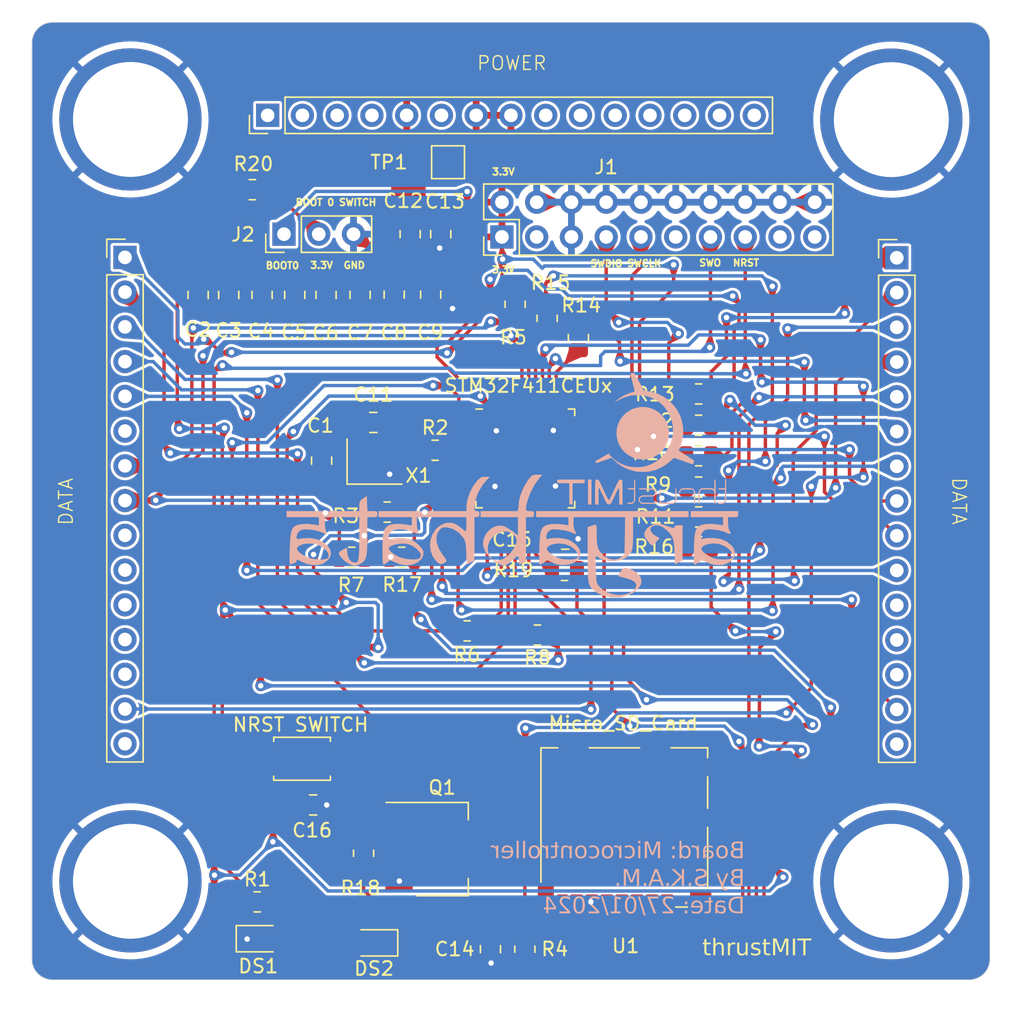
<source format=kicad_pcb>
(kicad_pcb (version 20221018) (generator pcbnew)
  (layers (0 "F.Cu" signal) (31 "B.Cu" signal) (34 "B.Paste" user) (35 "F.Paste" user) (36 "B.SilkS" user "B.Silkscreen") (37 "F.SilkS" user "F.Silkscreen") (38 "B.Mask" user) (39 "F.Mask" user) (44 "Edge.Cuts" user))
  (net 0 "")
  (net 1 "HSE_IN")
  (net 2 "GND")
  (net 3 "3.3V")
  (net 4 "NRST")
  (net 5 "Net-(C11-Pad1)")
  (net 6 "Net-(U2-VCAP1)")
  (net 7 "Net-(DS1-A)")
  (net 8 "Net-(DS2-K)")
  (net 10 "SWDIO")
  (net 11 "SWCLK")
  (net 13 "SWO")
  (net 16 "LED_STM")
  (net 17 "Net-(Q1-C)")
  (net 18 "HSE_OUT")
  (net 19 "Net-(U1-DAT0)")
  (net 20 "MISO_SPI3")
  (net 21 "I2C1_SCL")
  (net 22 "SCLK_SPI1")
  (net 23 "Net-(U2-PA5)")
  (net 24 "I2C1_SDA")
  (net 25 "MOSI_SPI1")
  (net 26 "Net-(U2-PA7)")
  (net 27 "CS_MS5607")
  (net 28 "Net-(U2-PA8)")
  (net 29 "Net-(U2-PB15)")
  (net 30 "MOSI_SPI2")
  (net 31 "Net-(U2-PB13)")
  (net 32 "SCLK_SPI2")
  (net 33 "Net-(U2-PA11)")
  (net 34 "CS_LPS")
  (net 35 "Net-(U2-PA12)")
  (net 36 "CS_ADXL")
  (net 37 "Net-(U2-PA15)")
  (net 38 "CS_LSM")
  (net 39 "Net-(U2-PB5)")
  (net 40 "MOSI_SPI3")
  (net 41 "Net-(U2-PB12)")
  (net 42 "SCLK_SPI3")
  (net 43 "Net-(U2-PB2)")
  (net 44 "CS_SDCARD")
  (net 50 "PWM_SIGNAL2")
  (net 51 "INT_ADXL")
  (net 52 "INT_LSM")
  (net 53 "INT_LPS")
  (net 55 "MISO_SPI1")
  (net 58 "MISO_SPI2")
  (net 59 "TX_UART1")
  (net 60 "RX_UART1")
  (net 68 "PWM_SIGNAL1")
  (net 87 "BOOT0")
  (net 88 "Net-(J2-Pin_2)")
  (net 89 "TX_TELEM")
  (net 90 "RX_TELEM")
  (net 91 "PYRO2")
  (net 92 "PYRO1")
  (footprint "Resistor_SMD:R_0805_2012Metric" (layer "F.Cu") (at 157.6324 87.122)
    (fp_text reference "R16")
    (fp_text value "22")
  )
  (footprint "Capacitor_SMD:C_0805_2012Metric" (layer "F.Cu") (at 135.382 68.6816 -90)
    (fp_text reference "C8")
    (fp_text value "100n")
  )
  (footprint "Capacitor_SMD:C_0805_2012Metric" (layer "F.Cu") (at 123.2916 68.707 -90)
    (fp_text reference "C3")
    (fp_text value "100n")
  )
  (footprint "Resistor_SMD:R_0805_2012Metric" (layer "F.Cu") (at 157.6324 82.7532)
    (fp_text reference "R10")
    (fp_text value "22")
  )
  (footprint "Crystal:Crystal_SMD_Abracon_ABM8G-4Pin_3.2x2.5mm" (layer "F.Cu") (at 133.942 80.8888)
    (fp_text reference "X1")
    (fp_text value "27MHz")
  )
  (footprint "Capacitor_SMD:C_0805_2012Metric" (layer "F.Cu") (at 132.8928 68.6918 -90)
    (fp_text reference "C7")
    (fp_text value "100n")
  )
  (footprint "Resistor_SMD:R_0805_2012Metric" (layer "F.Cu") (at 145.8468 93.5736 180)
    (fp_text reference "R8")
    (fp_text value "22")
  )
  (footprint "Connector_PinHeader_2.54mm:PinHeader_2x10_P2.54mm_Vertical" (layer "F.Cu") (at 143.256 64.4652 90)
    (fp_text reference "J1")
    (fp_text value "Conn_02x10_Odd_Even")
  )
  (footprint "Package_TO_SOT_SMD:SOT-223-3_TabPin2" (layer "F.Cu") (at 138.8872 109.22)
    (fp_text reference "Q1")
    (fp_text value "PZT2222A")
  )
  (footprint "Capacitor_SMD:C_0805_2012Metric" (layer "F.Cu") (at 138.049 68.6816 -90)
    (fp_text reference "C9")
    (fp_text value "4.7u")
  )
  (footprint "Resistor_SMD:R_0805_2012Metric" (layer "F.Cu") (at 125.3763 113.0808)
    (fp_text reference "R1")
    (fp_text value "56")
  )
  (footprint "Capacitor_SMD:C_0805_2012Metric" (layer "F.Cu") (at 129.4638 105.9942)
    (fp_text reference "C16")
    (fp_text value "100n")
  )
  (footprint "Capacitor_SMD:C_0805_2012Metric" (layer "F.Cu") (at 121.0564 68.707 -90)
    (fp_text reference "C2")
    (fp_text value "100n")
  )
  (footprint "Resistor_SMD:R_0805_2012Metric" (layer "F.Cu") (at 125.0188 61.0108 180)
    (fp_text reference "R20")
    (fp_text value "10k")
  )
  (footprint "Resistor_SMD:R_0805_2012Metric" (layer "F.Cu") (at 148.844 71.8312 90)
    (fp_text reference "R14")
    (fp_text value "22")
  )
  (footprint "TestPoint:TestPoint_Pad_2.0x2.0mm" (layer "F.Cu") (at 139.319 59.0042)
    (fp_text reference "TP1")
    (fp_text value "TestPoint_Probe")
  )
  (footprint "Resistor_SMD:R_0805_2012Metric" (layer "F.Cu") (at 144.2212 69.3928 90)
    (fp_text reference "R5")
    (fp_text value "2.5k")
  )
  (footprint "Resistor_SMD:R_0805_2012Metric" (layer "F.Cu") (at 144.9324 116.5352 90)
    (fp_text reference "R4")
    (fp_text value "22")
  )
  (footprint "Resistor_SMD:R_0805_2012Metric" (layer "F.Cu") (at 135.9408 87.884)
    (fp_text reference "R17")
    (fp_text value "10k")
  )
  (footprint "LED_SMD:LED_0805_2012Metric" (layer "F.Cu") (at 133.9596 116.078 180)
    (fp_text reference "DS2")
    (fp_text value "LED_IMU")
  )
  (footprint "Capacitor_SMD:C_0805_2012Metric" (layer "F.Cu") (at 130.4036 68.707 -90)
    (fp_text reference "C6")
    (fp_text value "100n")
  )
  (footprint "Capacitor_SMD:C_0805_2012Metric" (layer "F.Cu") (at 125.73 68.707 -90)
    (fp_text reference "C4")
    (fp_text value "100n")
  )
  (footprint "Capacitor_SMD:C_0805_2012Metric" (layer "F.Cu") (at 147.8788 86.5632)
    (fp_text reference "C15")
    (fp_text value "4.7u")
  )
  (footprint "Resistor_SMD:R_0805_2012Metric" (layer "F.Cu") (at 132.2832 87.884)
    (fp_text reference "R7")
    (fp_text value "2.5k")
  )
  (footprint "Capacitor_SMD:C_0805_2012Metric" (layer "F.Cu") (at 138.7856 64.262 90)
    (fp_text reference "C13")
    (fp_text value "1u")
  )
  (footprint "Capacitor_SMD:C_0805_2012Metric" (layer "F.Cu") (at 133.858 78.0288 180)
    (fp_text reference "C11")
    (fp_text value "10pF")
  )
  (footprint "Resistor_SMD:R_0805_2012Metric" (layer "F.Cu") (at 157.6305 78.232)
    (fp_text reference "R12")
    (fp_text value "22")
  )
  (footprint "Resistor_SMD:R_0805_2012Metric" (layer "F.Cu") (at 140.716 93.2688)
    (fp_text reference "R6")
    (fp_text value "22")
  )
  (footprint "Resistor_SMD:R_0805_2012Metric" (layer "F.Cu") (at 146.558 70.4088 90)
    (fp_text reference "R15")
    (fp_text value "22")
  )
  (footprint "Connector_Card:microSD_HC_Molex_104031-0811" (layer "F.Cu") (at 152.2184 107.6354 180)
    (fp_text reference "U1")
    (fp_text value "Micro_SD_Card")
  )
  (footprint "Capacitor_SMD:C_0805_2012Metric" (layer "F.Cu") (at 130.0812 80.8228 90)
    (fp_text reference "C1")
    (fp_text value "10pF")
  )
  (footprint "Capacitor_SMD:C_0805_2012Metric" (layer "F.Cu") (at 128.1176 68.707 -90)
    (fp_text reference "C5")
    (fp_text value "100n")
  )
  (footprint "Package_DFN_QFN:QFN-48-1EP_7x7mm_P0.5mm_EP5.6x5.6mm" (layer "F.Cu") (at 144.966 80.6592)
    (fp_text reference "U2" hide)
    (fp_text value "STM32F411CEUx")
  )
  (footprint "Resistor_SMD:R_0805_2012Metric" (layer "F.Cu") (at 147.828 88.8492)
    (fp_text reference "R19")
    (fp_text value "22")
  )
  (footprint "Resistor_SMD:R_0805_2012Metric" (layer "F.Cu") (at 157.6324 75.946)
    (fp_text reference "R13")
    (fp_text value "22")
  )
  (footprint "Connector_PinHeader_2.54mm:PinHeader_1x03_P2.54mm_Vertical" (layer "F.Cu") (at 127.3302 64.262 90)
    (fp_text reference "J2")
    (fp_text value "Conn_01x03")
  )
  (footprint "Resistor_SMD:R_0805_2012Metric" (layer "F.Cu") (at 157.6324 80.4672 180)
    (fp_text reference "R9")
    (fp_text value "22")
  )
  (footprint "Resistor_SMD:R_0805_2012Metric" (layer "F.Cu") (at 134.874 84.582)
    (fp_text reference "R3")
    (fp_text value "200k")
  )
  (footprint "Resistor_SMD:R_0805_2012Metric" (layer "F.Cu") (at 133.1468 109.5248 90)
    (fp_text reference "R18")
    (fp_text value "56")
  )
  (footprint "Resistor_SMD:R_0805_2012Metric" (layer "F.Cu") (at 138.3773 80.0608)
    (fp_text reference "R2")
    (fp_text value "383")
  )
  (footprint "LED_SMD:LED_0805_2012Metric" (layer "F.Cu") (at 125.5268 115.7732)
    (fp_text reference "DS1")
    (fp_text value "LED")
  )
  (footprint "Resistor_SMD:R_0805_2012Metric" (layer "F.Cu") (at 157.6324 84.9376)
    (fp_text reference "R11")
    (fp_text value "22")
  )
  (footprint "Capacitor_SMD:C_0805_2012Metric" (layer "F.Cu") (at 136.5504 64.262 -90)
    (fp_text reference "C12")
    (fp_text value "100n")
  )
  (footprint "Capacitor_SMD:C_0805_2012Metric" (layer "F.Cu") (at 142.4178 116.5352 -90)
    (fp_text reference "C14")
    (fp_text value "100n")
  )
  (footprint "Button_Switch_SMD:SW_Push_SPST_NO_Alps_SKRK" (layer "F.Cu") (at 128.651 102.616)
    (fp_text reference "SW1" hide)
    (fp_text value "SW_Push")
  )
  (footprint "FC_Stack_template:FC_Stack_template" (layer "F.Cu") (at 143.9114 83.7752)
    (fp_text reference "U3" hide)
    (fp_text value "~" hide)
    (fp_line (start -35 33.5) (end -35 -33.5) (stroke (width 0.05)) (layer "Edge.Cuts"))
    (fp_line (start -33.5 -35) (end 33.5 -35) (stroke (width 0.05)) (layer "Edge.Cuts"))
    (fp_line (start 33.5 35) (end -33.5 35) (stroke (width 0.05)) (layer "Edge.Cuts"))
    (fp_line (start 35 -33.5) (end 35 33.5) (stroke (width 0.05)) (layer "Edge.Cuts"))
    (fp_arc (start -35 -33.5) (mid -34.56066 -34.56066) (end -33.5 -35) (stroke (width 0.05)) (layer "Edge.Cuts"))
    (fp_arc (start -33.5 35) (mid -34.56066 34.56066) (end -35 33.5) (stroke (width 0.05)) (layer "Edge.Cuts"))
    (fp_arc (start 33.5 -35) (mid 34.56066 -34.56066) (end 35 -33.5) (stroke (width 0.05)) (layer "Edge.Cuts"))
    (fp_arc (start 35 33.5) (mid 34.56066 34.56066) (end 33.5 35) (stroke (width 0.05)) (layer "Edge.Cuts"))
  )
  (footprint "LOGO" (layer "B.Cu") (at 139.329337 86.87126 180)
    (fp_text reference "G***" hide)
    (fp_text value "LOGO" hide)
  )
  (footprint "LOGO" (layer "B.Cu") (at 153.568713 78.608936 180)
    (fp_text reference "G***" hide)
    (fp_text value "LOGO" hide)
  )
  (gr_text "Board: Microcontroller\nBy S.K.A.M.\nDate: 27/01/2024" (at 161.0106 114.1222) (layer "B.SilkS") (effects (font (size 1.2 1.2)) (justify left bottom mirror)))
  (gr_text "GND\n" (at 131.6228 66.8274) (layer "F.SilkS") (effects (font (size 0.5 0.5) (thickness 0.125)) (justify left bottom)))
  (gr_text "SWO\n" (at 157.607 66.6496) (layer "F.SilkS") (effects (font (size 0.5 0.5) (thickness 0.125)) (justify left bottom)))
  (gr_text "BOOT0" (at 125.9332 66.8528) (layer "F.SilkS") (effects (font (size 0.5 0.5) (thickness 0.125)) (justify left bottom)))
  (gr_text "3.3V" (at 142.4686 59.9948) (layer "F.SilkS") (effects (font (size 0.5 0.5) (thickness 0.125)) (justify left bottom)))
  (gr_text "BOOT 0 SWITCH" (at 128.1176 62.23) (layer "F.SilkS") (effects (font (size 0.5 0.5) (thickness 0.125)) (justify left bottom)))
  (gr_text "NRST SWITCH" (at 123.4948 100.711) (layer "F.SilkS") (effects (font (size 1 1)) (justify left bottom)))
  (gr_text "3.3V\n" (at 129.1844 66.8274) (layer "F.SilkS") (effects (font (size 0.5 0.5) (thickness 0.125)) (justify left bottom)))
  (gr_text "SWCLK\n\n" (at 152.3492 67.4878) (layer "F.SilkS") (effects (font (size 0.5 0.5) (thickness 0.125)) (justify left bottom)))
  (gr_text "3.3V" (at 142.4686 67.1576) (layer "F.SilkS") (effects (font (size 0.5 0.5) (thickness 0.125)) (justify left bottom)))
  (gr_text "NRST" (at 160.0708 66.6496) (layer "F.SilkS") (effects (font (size 0.5 0.5) (thickness 0.125)) (justify left bottom)))
  (gr_text "SWDIO\n" (at 149.6568 66.7004) (layer "F.SilkS") (effects (font (size 0.5 0.5) (thickness 0.125)) (justify left bottom)))
  (segment (start 140.8692 79.9092) (end 141.5285 79.9092) (width 0.25) (layer "F.Cu") (net 1))
  (segment (start 133.9615 84.582) (end 133.9615 84.0213) (width 0.25) (layer "F.Cu") (net 1))
  (segment (start 138.3792 80.8736) (end 138.3792 78.9432) (width 0.25) (layer "F.Cu") (net 1))
  (segment (start 136.1948 83.058) (end 138.3792 80.8736) (width 0.25) (layer "F.Cu") (net 1))
  (segment (start 133.9615 84.0213) (end 134.9248 83.058) (width 0.25) (layer "F.Cu") (net 1))
  (segment (start 138.3792 78.9432) (end 138.6332 78.6892) (width 0.25) (layer "F.Cu") (net 1))
  (segment (start 138.6332 78.6892) (end 140.2588 78.6892) (width 0.25) (layer "F.Cu") (net 1))
  (segment (start 140.462 78.8924) (end 140.462 79.502) (width 0.25) (layer "F.Cu") (net 1))
  (segment (start 132.842 81.7388) (end 132.842 83.4625) (width 0.25) (layer "F.Cu") (net 1))
  (segment (start 134.9248 83.058) (end 136.1948 83.058) (width 0.25) (layer "F.Cu") (net 1))
  (segment (start 130.0812 81.7728) (end 130.1152 81.7388) (width 0.25) (layer "F.Cu") (net 1))
  (segment (start 130.1152 81.7388) (end 132.842 81.7388) (width 0.25) (layer "F.Cu") (net 1))
  (segment (start 132.842 83.4625) (end 133.9615 84.582) (width 0.25) (layer "F.Cu") (net 1))
  (segment (start 140.462 79.502) (end 140.8692 79.9092) (width 0.25) (layer "F.Cu") (net 1))
  (segment (start 140.2588 78.6892) (end 140.462 78.8924) (width 0.25) (layer "F.Cu") (net 1))
  (segment (start 136.5504 65.212) (end 133.3602 65.212) (width 0.25) (layer "F.Cu") (net 2))
  (segment (start 134.7322 81.7388) (end 135.0518 81.8134) (width 0.25) (layer "F.Cu") (net 2))
  (segment (start 132.908 78.0288) (end 132.908 79.9728) (width 0.25) (layer "F.Cu") (net 2))
  (segment (start 130.0812 79.8728) (end 131.9252 78.0288) (width 0.25) (layer "F.Cu") (net 2))
  (segment (start 145.796 61.9252) (end 166.116 61.9252) (width 0.25) (layer "F.Cu") (net 2))
  (segment (start 125.7808 69.723) (end 125.8468 69.657) (width 0.25) (layer "F.Cu") (net 2))
  (segment (start 130.4138 102.9532) (end 130.4138 105.9942) (width 0.25) (layer "F.Cu") (net 2))
  (segment (start 139.568 69.6722) (end 139.6238 69.6722) (width 0.25) (layer "F.Cu") (net 2))
  (segment (start 141.5285 81.4092) (end 144.216 81.4092) (width 0.25) (layer "F.Cu") (net 2))
  (segment (start 142.716 78.4092) (end 142.8496 78.5428) (width 0.25) (layer "F.Cu") (net 2))
  (segment (start 139.7 69.5402) (end 139.5984 69.6418) (width 0.25) (layer "F.Cu") (net 2))
  (segment (start 144.216 81.4092) (end 144.966 80.6592) (width 0.25) (layer "F.Cu") (net 2))
  (segment (start 147.1676 82.8608) (end 147.1676 82.677) (width 0.25) (layer "F.Cu") (net 2))
  (segment (start 135.1128 69.657) (end 135.128 69.6722) (width 0.25) (layer "F.Cu") (net 2))
  (segment (start 138.7094 65.278) (end 138.7348 65.2628) (width 0.25) (layer "F.Cu") (net 2))
  (segment (start 133.3602 65.212) (end 132.4102 64.262) (width 0.25) (layer "F.Cu") (net 2))
  (segment (start 135.0264 81.788) (end 135.042 81.7388) (width 0.25) (layer "F.Cu") (net 2))
  (segment (start 146.9136 78.7116) (end 146.9136 78.8924) (width 0.25) (layer "F.Cu") (net 2))
  (segment (start 147.0152 78.613) (end 147.0122 78.613) (width 0.25) (layer "F.Cu") (net 2))
  (segment (start 146.9644 82.6576) (end 144.966 80.6592) (width 0.25) (layer "F.Cu") (net 2))
  (segment (start 146.7328 78.8924) (end 144.966 80.6592) (width 0.25) (layer "F.Cu") (net 2))
  (segment (start 146.9838 82.677) (end 147.0092 82.7024) (width 0.25) (layer "F.Cu") (net 2))
  (segment (start 130.4036 69.657) (end 135.3566 69.657) (width 0.25) (layer "F.Cu") (net 2))
  (segment (start 147.216 84.0967) (end 147.216 82.9092) (width 0.25) (layer "F.Cu") (net 2))
  (segment (start 139.6238 69.6722) (end 139.6492 69.6976) (width 0.25) (layer "F.Cu") (net 2))
  (segment (start 135.128 69.6722) (end 135.1432 69.657) (width 0.25) (layer "F.Cu") (net 2))
  (segment (start 139.6746 69.6722) (end 139.7 69.6722) (width 0.25) (layer "F.Cu") (net 2))
  (segment (start 146.9136 78.8924) (end 146.7328 78.8924) (width 0.25) (layer "F.Cu") (net 2))
  (segment (start 130.751 102.616) (end 130.4138 102.9532) (width 0.25) (layer "F.Cu") (net 2))
  (segment (start 139.5832 69.657) (end 139.568 69.6722) (width 0.25) (layer "F.Cu") (net 2))
  (segment (start 139.7 69.6722) (end 139.7 69.5402) (width 0.25) (layer "F.Cu") (net 2))
  (segment (start 131.9252 78.0288) (end 132.908 78.0288) (width 0.25) (layer "F.Cu") (net 2))
  (segment (start 147.0122 78.613) (end 146.9136 78.7116) (width 0.25) (layer "F.Cu") (net 2))
  (segment (start 130.4036 69.6722) (end 130.4188 69.657) (width 0.25) (layer "F.Cu") (net 2))
  (segment (start 147.216 82.9092) (end 147.1676 82.8608) (width 0.25) (layer "F.Cu") (net 2))
  (segment (start 139.6492 69.6976) (end 139.6746 69.6722) (width 0.25) (layer "F.Cu") (net 2))
  (segment (start 142.9452 78.6384) (end 144.966 80.6592) (width 0.25) (layer "F.Cu") (net 2))
  (segment (start 135.3566 69.657) (end 135.382 69.6316) (width 0.25) (layer "F.Cu") (net 2))
  (segment (start 146.9644 82.7024) (end 146.9644 82.6576) (width 0.25) (layer "F.Cu") (net 2))
  (segment (start 142.8496 78.6384) (end 142.9452 78.6384) (width 0.25) (layer "F.Cu") (net 2))
  (segment (start 147.0152 78.61) (end 147.0152 78.613) (width 0.25) (layer "F.Cu") (net 2))
  (segment (start 135.0518 81.8134) (end 135.0264 81.788) (width 0.25) (layer "F.Cu") (net 2))
  (segment (start 133.0322 80.0388) (end 134.7322 81.7388) (width 0.25) (layer "F.Cu") (net 2))
  (segment (start 147.0092 82.7024) (end 146.9644 82.7024) (width 0.25) (layer "F.Cu") (net 2))
  (segment (start 121.0564 69.6722) (end 125.7148 69.657) (width 0.25) (layer "F.Cu") (net 2))
  (segment (start 147.216 78.4092) (end 147.0152 78.61) (width 0.25) (layer "F.Cu") (net 2))
  (segment (start 136.5504 65.212) (end 138.7094 65.278) (width 0.25) (layer "F.Cu") (net 2))
  (segment (start 148.4035 78.4092) (end 147.216 78.4092) (width 0.25) (layer "F.Cu") (net 2))
  (segment (start 142.716 77.2217) (end 142.716 78.4092) (width 0.25) (layer "F.Cu") (net 2))
  (segment (start 125.8468 69.657) (end 130.3884 69.657) (width 0.25) (layer "F.Cu") (net 2))
  (segment (start 121.0564 69.657) (end 121.0564 69.6722) (width 0.25) (layer "F.Cu") (net 2))
  (segment (start 132.842 80.0388) (end 133.0322 80.0388) (width 0.25) (layer "F.Cu") (net 2))
  (segment (start 142.8496 78.5428) (end 142.8496 78.6384) (width 0.25) (layer "F.Cu") (net 2))
  (segment (start 130.3884 69.657) (end 130.4036 69.6722) (width 0.25) (layer "F.Cu") (net 2))
  (segment (start 135.1432 69.657) (end 139.5832 69.657) (width 0.25) (layer "F.Cu") (net 2))
  (segment (start 147.1676 82.677) (end 146.9838 82.677) (width 0.25) (layer "F.Cu") (net 2))
  (segment (start 125.7148 69.657) (end 125.7808 69.723) (width 0.25) (layer "F.Cu") (net 2))
  (segment (start 132.908 79.9728) (end 132.842 80.0388) (width 0.25) (layer "F.Cu") (net 2))
  (segment (start 138.7348 65.2628) (end 138.7856 65.212) (width 0.25) (layer "F.Cu") (net 2))
  (via (at 139.6492 69.6976) (size 0.8) (drill 0.4) (layers "F.Cu" "B.Cu") (net 2))
  (via (at 135.128 87.8586) (size 0.8) (drill 0.4) (layers "F.Cu" "B.Cu") (net 2))
  (via (at 124.6378 115.7986) (size 0.8) (drill 0.4) (layers "F.Cu" "B.Cu") (net 2))
  (via (at 142.748 82.7024) (size 0.8) (drill 0.4) (layers "F.Cu" "B.Cu") (net 2))
  (via (at 142.4686 117.5512) (size 0.8) (drill 0.4) (layers "F.Cu" "B.Cu") (net 2))
  (via (at 138.7094 65.278) (size 0.8) (drill 0.4) (layers "F.Cu" "B.Cu") (net 2))
  (via (at 142.8496 78.6384) (size 0.8) (drill 0.4) (layers "F.Cu" "B.Cu") (net 2))
  (via (at 149.7584 113.0808) (size 0.8) (drill 0.4) (layers "F.Cu" "B.Cu") (net 2))
  (via (at 148.8186 86.5378) (size 0.8) (drill 0.4) (layers "F.Cu" "B.Cu") (net 2))
  (via (at 135.0518 81.8134) (size 0.8) (drill 0.4) (layers "F.Cu" "B.Cu") (net 2))
  (via (at 130.4544 105.9942) (size 0.8) (drill 0.4) (layers "F.Cu" "B.Cu") (net 2))
  (via (at 147.1676 82.677) (size 0.8) (drill 0.4) (layers "F.Cu" "B.Cu") (net 2))
  (via (at 135.763 111.5568) (size 0.8) (drill 0.4) (layers "F.Cu" "B.Cu") (net 2))
  (via (at 147.0152 78.613) (size 0.8) (drill 0.4) (layers "F.Cu" "B.Cu") (net 2))
  (segment (start 141.8438 115.5852) (end 142.4178 115.5852) (width 0.25) (layer "F.Cu") (net 3))
  (segment (start 127.6096 111.7092) (end 131.9784 116.078) (width 0.25) (layer "F.Cu") (net 3))
  (segment (start 148.8617 85.2424) (end 149.86 85.2424) (width 0.25) (layer "F.Cu") (net 3))
  (segment (start 129.4892 87.6808) (end 129.4892 88.7984) (width 0.25) (layer "F.Cu") (net 3))
  (segment (start 131.9784 116.078) (end 132.5596 116.078) (width 0.25) (layer "F.Cu") (net 3))
  (segment (start 143.256 66.1416) (end 143.3068 66.0908) (width 0.25) (layer "F.Cu") (net 3))
  (segment (start 137.6172 84.582) (end 140.29 81.9092) (width 0.25) (layer "F.Cu") (net 3))
  (segment (start 122.8206 91.5278) (end 123.0376 91.7448) (width 0.25) (layer "F.Cu") (net 3))
  (segment (start 152.0234 113.5678) (end 154.3812 115.9256) (width 0.25) (layer "F.Cu") (net 3))
  (segment (start 143.3068 66.0908) (end 143.256 66.04) (width 0.25) (layer "F.Cu") (net 3))
  (segment (start 139.5222 117.9068) (end 141.8438 115.5852) (width 0.25) (layer "F.Cu") (net 3))
  (segment (start 120.7008 63.246) (end 123.2154 63.246) (width 0.25) (layer "F.Cu") (net 3))
  (segment (start 127.5588 89.154) (end 132.842 94.4372) (width 0.25) (layer "F.Cu") (net 3))
  (segment (start 133.1957 87.884) (end 133.1957 86.3111) (width 0.25) (layer "F.Cu") (net 3))
  (segment (start 136.5504 63.312) (end 138.7856 63.312) (width 0.25) (layer "F.Cu") (net 3))
  (segment (start 150.7236 86.106) (end 150.7236 92.8116) (width 0.25) (layer "F.Cu") (net 3))
  (segment (start 133.1957 86.3111) (end 133.1976 86.3092) (width 0.25) (layer "F.Cu") (net 3))
  (segment (start 144.2212 68.4803) (end 143.256 67.5151) (width 0.25) (layer "F.Cu") (net 3))
  (segment (start 134.3406 117.9068) (end 139.5222 117.9068) (width 0.25) (layer "F.Cu") (net 3))
  (segment (start 125.6284 94.3356) (end 123.0376 91.7448) (width 0.25) (layer "F.Cu") (net 3))
  (segment (start 161.8488 103.5812) (end 165.3032 100.1268) (width 0.25) (layer "F.Cu") (net 3))
  (segment (start 119.6848 78.486) (end 119.5324 78.3336) (width 0.25) (layer "F.Cu") (net 3))
  (segment (start 165.3032 100.1268) (end 165.9636 100.1268) (width 0.25) (layer "F.Cu") (net 3))
  (segment (start 153.3144 70.7136) (end 155.8036 68.2244) (width 0.25) (layer "F.Cu") (net 3))
  (segment (start 119.5324 78.3336) (end 119.5324 64.4144) (width 0.25) (layer "F.Cu") (net 3))
  (segment (start 119.5324 64.4144) (end 120.7008 63.246) (width 0.25) (layer "F.Cu") (net 3))
  (segment (start 141.5285 81.9092) (end 140.29 81.9092) (width 0.25) (layer "F.Cu") (net 3))
  (segment (start 153.3144 75.0316) (end 153.3144 70.7136) (width 0.25) (layer "F.Cu") (net 3))
  (segment (start 132.842 94.4372) (end 134.0612 94.4372) (width 0.25) (layer "F.Cu") (net 3))
  (segment (start 150.7236 92.8116) (end 152.146 94.234) (width 0.25) (layer "F.Cu") (net 3))
  (segment (start 134.0612 94.4372) (end 134.2136 94.488) (width 0.25) (layer "F.Cu") (net 3))
  (segment (start 150.4368 77.9092) (end 153.3144 75.0316) (width 0.25) (layer "F.Cu") (net 3))
  (segment (start 133.0221 116.5883) (end 134.3406 117.9068) (width 0.25) (layer "F.Cu") (net 3))
  (segment (start 142.216 76.7348) (end 141.6812 76.2) (width 0.25) (layer "F.Cu") (net 3))
  (segment (start 142.216 77.2217) (end 142.216 76.7348) (width 0.25) (layer "F.Cu") (net 3))
  (segment (start 122.8206 110.3238) (end 124.206 111.7092) (width 0.25) (layer "F.Cu") (net 3))
  (segment (start 141.5285 77.9092) (end 142.216 77.2217) (width 0.25) (layer "F.Cu") (net 3))
  (segment (start 152.146 96.52) (end 153.8224 98.298) (width 0.25) (layer "F.Cu") (net 3))
  (segment (start 155.8036 68.2244) (end 155.8036 66.4972) (width 0.25) (layer "F.Cu") (net 3))
  (segment (start 143.256 67.5151) (end 143.256 66.1416) (width 0.25) (layer "F.Cu") (net 3))
  (segment (start 122.9868 78.4352) (end 122.8206 78.6014) (width 0.25) (layer "F.Cu") (net 3))
  (segment (start 128.016 78.6892) (end 127.5588 79.1464) (width 0.25) (layer "F.Cu") (net 3))
  (segment (start 122.8206 78.6014) (end 122.8206 91.5278) (width 0.25) (layer "F.Cu") (net 3))
  (segment (start 148.4035 77.9092) (end 150.4368 77.9092) (width 0.25) (layer "F.Cu") (net 3))
  (segment (start 154.3812 115.9256) (end 159.258 115.9256) (width 0.25) (layer "F.Cu") (net 3))
  (segment (start 123.0376 91.7448) (end 122.8206 91.9618) (width 0.25) (layer "F.Cu") (net 3))
  (segment (start 133.0221 116.078) (end 133.0221 116.5883) (width 0.25) (layer "F.Cu") (net 3))
  (segment (start 147.716 84.0967) (end 148.8617 85.2424) (width 0.25) (layer "F.Cu") (net 3))
  (segment (start 152.146 94.234) (end 152.146 96.52) (width 0.25) (layer "F.Cu") (net 3))
  (segment (start 125.6284 97.282) (end 125.6284 94.3356) (width 0.25) (layer "F.Cu") (net 3))
  (segment (start 127.5588 79.1464) (end 127.5588 89.154) (width 0.25) (layer "F.Cu") (net 3))
  (segment (start 161.8488 113.3348) (end 161.8488 103.5812) (width 0.25) (layer "F.Cu") (net 3))
  (segment (start 141.5796 76.0984) (end 141.6304 76.1492) (width 0.25) (layer "F.Cu") (net 3))
  (segment (start 152.0234 113.0854) (end 152.0234 113.5678) (width 0.25) (layer "F.Cu") (net 3))
  (segment (start 129.4892 88.7984) (end 131.8768 91.186) (width 0.25) (layer "F.Cu") (net 3))
  (segment (start 134.2136 94.488) (end 134.1628 94.4372) (width 0.25) (layer "F.Cu") (net 3))
  (segment (start 141.6812 76.0984) (end 141.5796 76.0984) (width 0.25) (layer "F.Cu") (net 3))
  (segment (start 143.256 66.04) (end 143.256 64.4652) (width 0.25) (layer "F.Cu") (net 3))
  (segment (start 141.6812 76.2) (end 141.6812 76.0984) (width 0.25) (layer "F.Cu") (net 3))
  (segment (start 134.1628 94.4372) (end 134.112 94.4372) (width 0.25) (layer "F.Cu") (net 3))
  (segment (start 149.86 85.2424) (end 150.7236 86.106) (width 0.25) (layer "F.Cu") (net 3))
  (segment (start 124.206 111.7092) (end 127.6096 111.7092) (width 0.25) (layer "F.Cu") (net 3))
  (segment (start 159.258 115.9256) (end 161.8488 113.3348) (width 0.25) (layer "F.Cu") (net 3))
  (segment (start 122.8206 91.9618) (end 122.8206 110.3238) (width 0.25) (layer "F.Cu") (net 3))
  (via (at 119.6848 78.486) (size 0.8) (drill 0.4) (layers "F.Cu" "B.Cu") (net 3))
  (via (at 143.3068 66.0908) (size 0.8) (drill 0.4) (layers "F.Cu" "B.Cu") (net 3))
  (via (at 137.6172 84.582) (size 0.8) (drill 0.4) (layers "F.Cu" "B.Cu") (net 3))
  (via (at 133.1976 86.3092) (size 0.8) (drill 0.4) (layers "F.Cu" "B.Cu") (net 3))
  (via (at 122.9868 78.4352) (size 0.8) (drill 0.4) (layers "F.Cu" "B.Cu") (net 3))
  (via (at 141.6812 76.0984) (size 0.8) (drill 0.4) (layers "F.Cu" "B.Cu") (net 3))
  (via (at 125.6284 97.282) (size 0.8) (drill 0.4) (layers "F.Cu" "B.Cu") (net 3))
  (via (at 153.8224 98.298) (size 0.8) (drill 0.4) (layers "F.Cu" "B.Cu") (net 3))
  (via (at 128.016 78.6892) (size 0.8) (drill 0.4) (layers "F.Cu" "B.Cu") (net 3))
  (via (at 134.2136 94.488) (size 0.8) (drill 0.4) (layers "F.Cu" "B.Cu") (net 3))
  (via (at 131.8768 91.186) (size 0.8) (drill 0.4) (layers "F.Cu" "B.Cu") (net 3))
  (via (at 165.9636 100.1268) (size 0.8) (drill 0.4) (layers "F.Cu" "B.Cu") (net 3))
  (via (at 129.4892 87.6808) (size 0.8) (drill 0.4) (layers "F.Cu" "B.Cu") (net 3))
  (via (at 123.0376 91.7448) (size 0.8) (drill 0.4) (layers "F.Cu" "B.Cu") (net 3))
  (via (at 155.8036 66.4972) (size 0.8) (drill 0.4) (layers "F.Cu" "B.Cu") (net 3))
  (segment (start 131.318 91.7448) (end 131.8768 91.186) (width 0.25) (layer "B.Cu") (net 3))
  (segment (start 125.6284 97.282) (end 152.8064 97.282) (width 0.25) (layer "B.Cu") (net 3))
  (segment (start 155.7158 66.585) (end 155.8036 66.4972) (width 0.25) (layer "B.Cu") (net 3))
  (segment (start 134.0104 91.186) (end 134.2136 91.3892) (width 0.25) (layer "B.Cu") (net 3))
  (segment (start 137.414 86.2584) (end 133.1976 86.3092) (width 0.25) (layer "B.Cu") (net 3))
  (segment (start 165.9128 100.1268) (end 165.9636 100.1268) (width 0.25) (layer "B.Cu") (net 3))
  (segment (start 129.4892 87.5284) (end 129.4892 87.6808) (width 0.25) (layer "B.Cu") (net 3))
  (segment (start 133.1976 86.3092) (end 130.7084 86.3092) (width 0.25) (layer "B.Cu") (net 3))
  (segment (start 137.6172 86.0552) (end 137.414 86.2584) (width 0.25) (layer "B.Cu") (net 3))
  (segment (start 143.3068 66.0908) (end 145.542 66.0908) (width 0.25) (layer "B.Cu") (net 3))
  (segment (start 129.3368 87.6808) (end 129.4384 87.5792) (width 0.25) (layer "B.Cu") (net 3))
  (segment (start 122.8344 78.486) (end 122.7836 78.486) (width 0.25) (layer "B.Cu") (net 3))
  (segment (start 137.6172 84.582) (end 137.6172 86.0552) (width 0.25) (layer "B.Cu") (net 3))
  (segment (start 130.7084 86.3092) (end 129.4892 87.5284) (width 0.25) (layer "B.Cu") (net 3))
  (segment (start 146.3686 66.585) (end 155.7158 66.585) (width 0.25) (layer "B.Cu") (net 3))
  (segment (start 131.8768 91.186) (end 134.0104 91.186) (width 0.25) (layer "B.Cu") (net 3))
  (segment (start 145.542 66.0908) (end 146.2024 66.7512) (width 0.25) (layer "B.Cu") (net 3))
  (segment (start 153.8224 98.298) (end 164.093305 98.298) (width 0.25) (layer "B.Cu") (net 3))
  (segment (start 134.2136 91.3892) (end 134.2136 94.488) (width 0.25) (layer "B.Cu") (net 3))
  (segment (start 122.7328 78.486) (end 122.9868 78.4352) (width 0.25) (layer "B.Cu") (net 3))
  (segment (start 164.093305 98.298) (end 165.9128 100.117495) (width 0.25) (layer "B.Cu") (net 3))
  (segment (start 165.9636 100.1268) (end 165.9128 100.117495) (width 0.25) (layer "B.Cu") (net 3))
  (segment (start 123.0376 91.7448) (end 131.318 91.7448) (width 0.25) (layer "B.Cu") (net 3))
  (segment (start 153.8224 98.298) (end 152.8064 97.282) (width 0.25) (layer "B.Cu") (net 3))
  (segment (start 141.6812 76.0984) (end 130.6068 76.0984) (width 0.25) (layer "B.Cu") (net 3))
  (segment (start 128.016 78.6892) (end 130.6068 76.0984) (width 0.25) (layer "B.Cu") (net 3))
  (segment (start 119.6848 78.486) (end 122.7328 78.486) (width 0.25) (layer "B.Cu") (net 3))
  (segment (start 122.9868 78.4352) (end 122.8344 78.486) (width 0.25) (layer "B.Cu") (net 3))
  (segment (start 129.4892 87.6808) (end 129.3368 87.6808) (width 0.25) (layer "B.Cu") (net 3))
  (segment (start 146.2024 66.7512) (end 146.3686 66.585) (width 0.25) (layer "B.Cu") (net 3))
  (segment (start 140.6296 80.9092) (end 140.1572 81.3816) (width 0.25) (layer "F.Cu") (net 4))
  (segment (start 137.4648 92.4306) (end 137.4648 92.4306) (width 0.25) (layer "F.Cu") (net 4))
  (segment (start 122.2248 112.9792) (end 122.9614 113.7158) (width 0.25) (layer "F.Cu") (net 4))
  (segment (start 122.2248 74.2188) (end 122.2248 111.0996) (width 0.25) (layer "F.Cu") (net 4))
  (segment (start 139.6492 81.3816) (end 136.8552 84.1756) (width 0.25) (layer "F.Cu") (net 4))
  (segment (start 122.5666 73.877) (end 122.2248 74.2188) (width 0.25) (layer "F.Cu") (net 4))
  (segment (start 163.2204 105.7402) (end 163.2204 110.6678) (width 0.25) (layer "F.Cu") (net 4))
  (segment (start 122.9614 113.7158) (end 123.8288 113.7158) (width 0.25) (layer "F.Cu") (net 4))
  (segment (start 167.2844 98.8568) (end 167.2844 101.6762) (width 0.25) (layer "F.Cu") (net 4))
  (segment (start 127.0082 105.9942) (end 126.551 105.537) (width 0.25) (layer "F.Cu") (net 4))
  (segment (start 167.2844 101.6762) (end 163.2204 105.7402) (width 0.25) (layer "F.Cu") (net 4))
  (segment (start 122.2248 111.1504) (end 122.2248 112.9792) (width 0.25) (layer "F.Cu") (net 4))
  (segment (start 123.8288 113.7158) (end 124.4638 113.0808) (width 0.25) (layer "F.Cu") (net 4))
  (segment (start 122.8206 73.877) (end 122.5666 73.877) (width 0.25) (layer "F.Cu") (net 4))
  (segment (start 122.8344 73.8632) (end 122.8206 73.877) (width 0.25) (layer "F.Cu") (net 4))
  (segment (start 163.8046 111.2774) (end 163.83 111.2774) (width 0.25) (layer "F.Cu") (net 4))
  (segment (start 141.5285 80.9092) (end 140.6296 80.9092) (width 0.25) (layer "F.Cu") (net 4))
  (segment (start 136.8533 87.884) (end 136.8533 91.8191) (width 0.25) (layer "F.Cu") (net 4))
  (segment (start 163.83 111.2774) (end 163.7538 111.2012) (width 0.25) (layer "F.Cu") (net 4))
  (segment (start 140.1572 81.3816) (end 139.6492 81.3816) (width 0.25) (layer "F.Cu") (net 4))
  (segment (start 126.551 102.616) (end 126.551 105.537) (width 0.25) (layer "F.Cu") (net 4))
  (segment (start 136.8552 87.8821) (end 136.8533 87.884) (width 0.25) (layer "F.Cu") (net 4))
  (segment (start 163.8046 111.252) (end 163.8046 111.2774) (width 0.25) (layer "F.Cu") (net 4))
  (segment (start 137.3378 92.4306) (end 137.4648 92.4306) (width 0.25) (layer "F.Cu") (net 4))
  (segment (start 136.8533 91.8191) (end 137.3378 92.3036) (width 0.25) (layer "F.Cu") (net 4))
  (segment (start 126.551 108.653) (end 126.5174 108.6866) (width 0.25) (layer "F.Cu") (net 4))
  (segment (start 128.5138 105.9942) (end 127.0082 105.9942) (width 0.25) (layer "F.Cu") (net 4))
  (segment (start 128.3614 106.1466) (end 128.5138 105.9942) (width 0.25) (layer "F.Cu") (net 4))
  (segment (start 161.0868 74.4728) (end 161.036 74.422) (width 0.25) (layer "F.Cu") (net 4))
  (segment (start 122.2248 111.0996) (end 122.2502 111.125) (width 0.25) (layer "F.Cu") (net 4))
  (segment (start 163.2204 110.6678) (end 163.8046 111.252) (width 0.25) (layer "F.Cu") (net 4))
  (segment (start 126.551 105.537) (end 126.551 106.1466) (width 0.25) (layer "F.Cu") (net 4))
  (segment (start 137.3378 92.3036) (end 137.3378 92.4306) (width 0.25) (layer "F.Cu") (net 4))
  (segment (start 122.2502 111.125) (end 122.2248 111.1504) (width 0.25) (layer "F.Cu") (net 4))
  (segment (start 126.551 106.1466) (end 126.551 108.653) (width 0.25) (layer "F.Cu") (net 4))
  (segment (start 161.036 74.422) (end 161.036 64.4652) (width 0.25) (layer "F.Cu") (net 4))
  (segment (start 136.8552 84.1756) (end 136.8552 87.8821) (width 0.25) (layer "F.Cu") (net 4))
  (via (at 161.0868 74.4728) (size 0.8) (drill 0.4) (layers "F.Cu" "B.Cu") (net 4))
  (via (at 163.8046 111.2774) (size 0.8) (drill 0.4) (layers "F.Cu" "B.Cu") (net 4))
  (via (at 122.8344 73.8632) (size 0.8) (drill 0.4) (layers "F.Cu" "B.Cu") (net 4))
  (via (at 167.2844 98.8568) (size 0.8) (drill 0.4) (layers "F.Cu" "B.Cu") (net 4))
  (via (at 137.3378 92.4306) (size 0.8) (drill 0.4) (layers "F.Cu" "B.Cu") (net 4))
  (via (at 122.2502 111.125) (size 0.8) (drill 0.4) (layers "F.Cu" "B.Cu") (net 4))
  (via (at 126.5174 108.6866) (size 0.8) (drill 0.4) (layers "F.Cu" "B.Cu") (net 4))
  (segment (start 139.446 74.0664) (end 122.9868 74.0664) (width 0.25) (layer "B.Cu") (net 4))
  (segment (start 139.8016 74.422) (end 139.446 74.0664) (width 0.25) (layer "B.Cu") (net 4))
  (segment (start 141.5796 74.422) (end 161.0868 74.4728) (width 0.25) (layer "B.Cu") (net 4))
  (segment (start 122.8344 73.914) (end 122.8344 73.8632) (width 0.25) (layer "B.Cu") (net 4))
  (segment (start 139.5846 94.6774) (end 163.1558 94.6774) (width 0.25) (layer "B.Cu") (net 4))
  (segment (start 167.2844 98.8568) (end 167.3352 98.8568) (width 0.25) (layer "B.Cu") (net 4))
  (segment (start 162.8002 112.2818) (end 163.8046 111.2774) (width 0.25) (layer "B.Cu") (net 4))
  (segment (start 126.9492 108.6866) (end 130.5444 112.2818) (width 0.25) (layer "B.Cu") (net 4))
  (segment (start 126.9492 108.6866) (end 126.5174 108.6866) (width 0.25) (layer "B.Cu") (net 4))
  (segment (start 126.5174 108.712) (end 126.5174 108.6866) (width 0.25) (layer "B.Cu") (net 4))
  (segment (start 130.5444 112.2818) (end 162.8002 112.2818) (width 0.25) (layer "B.Cu") (net 4))
  (segment (start 163.1558 94.6774) (end 167.2844 98.806) (width 0.25) (layer "B.Cu") (net 4))
  (segment (start 167.3352 98.8568) (end 167.3352 98.8568) (width 0.25) (layer "B.Cu") (net 4))
  (segment (start 141.5796 74.422) (end 139.8016 74.422) (width 0.25) (layer "B.Cu") (net 4))
  (segment (start 122.9868 74.0664) (end 122.8344 73.914) (width 0.25) (layer "B.Cu") (net 4))
  (segment (start 137.3378 92.4306) (end 139.5846 94.6774) (width 0.25) (layer "B.Cu") (net 4))
  (segment (start 167.2844 98.806) (end 167.2844 98.8568) (width 0.25) (layer "B.Cu") (net 4))
  (segment (start 122.8344 73.8632) (end 122.7836 73.8632) (width 0.25) (layer "B.Cu") (net 4))
  (segment (start 122.7836 73.8632) (end 122.8852 73.9648) (width 0.25) (layer "B.Cu") (net 4))
  (segment (start 122.2502 111.125) (end 124.1044 111.125) (width 0.25) (layer "B.Cu") (net 4))
  (segment (start 124.1044 111.125) (end 126.5174 108.712) (width 0.25) (layer "B.Cu") (net 4))
  (segment (start 134.808 78.0288) (end 134.808 79.8048) (width 0.25) (layer "F.Cu") (net 5))
  (segment (start 135.064 80.0608) (end 135.042 80.0388) (width 0.25) (layer "F.Cu") (net 5))
  (segment (start 137.4648 80.0608) (end 135.064 80.0608) (width 0.25) (layer "F.Cu") (net 5))
  (segment (start 135.042 80.0388) (end 134.969 79.9658) (width 0.25) (layer "F.Cu") (net 5))
  (segment (start 134.808 79.8048) (end 135.042 80.0388) (width 0.25) (layer "F.Cu") (net 5))
  (segment (start 146.716 84.0967) (end 146.716 86.3504) (width 0.25) (layer "F.Cu") (net 6))
  (segment (start 146.716 86.3504) (end 146.9288 86.5632) (width 0.25) (layer "F.Cu") (net 6))
  (segment (start 126.9268 113.7188) (end 126.9268 115.7732) (width 0.25) (layer "F.Cu") (net 7))
  (segment (start 126.2888 113.0808) (end 126.9268 113.7188) (width 0.25) (layer "F.Cu") (net 7))
  (segment (start 135.2804 114.3508) (end 135.2804 115.9988) (width 0.25) (layer "F.Cu") (net 8))
  (segment (start 133.1468 110.4373) (end 133.1468 112.2172) (width 0.25) (layer "F.Cu") (net 8))
  (segment (start 133.1468 112.2172) (end 135.2804 114.3508) (width 0.25) (layer "F.Cu") (net 8))
  (segment (start 151.7904 70.6628) (end 151.7904 70.7136) (width 0.25) (layer "F.Cu") (net 10))
  (segment (start 155.448 72.2376) (end 156.1592 71.5264) (width 0.25) (layer "F.Cu") (net 10))
  (segment (start 148.4035 78.9092) (end 150.273604 78.9092) (width 0.25) (layer "F.Cu") (net 10))
  (segment (start 153.795604 75.3872) (end 155.448 75.3872) (width 0.25) (layer "F.Cu") (net 10))
  (segment (start 155.448 75.3872) (end 155.448 72.2376) (width 0.25) (layer "F.Cu") (net 10))
  (segment (start 150.273604 78.9092) (end 153.795604 75.3872) (width 0.25) (layer "F.Cu") (net 10))
  (segment (start 150.876 69.7484) (end 151.7904 70.6628) (width 0.25) (layer "F.Cu") (net 10))
  (segment (start 150.876 64.4652) (end 150.876 69.7484) (width 0.25) (layer "F.Cu") (net 10))
  (via (at 156.1592 71.5264) (size 0.8) (drill 0.4) (layers "F.Cu" "B.Cu") (net 10))
  (via (at 151.7904 70.7136) (size 0.8) (drill 0.4) (layers "F.Cu" "B.Cu") (net 10))
  (segment (start 155.3464 70.7136) (end 156.1592 71.5264) (width 0.25) (layer "B.Cu") (net 10))
  (segment (start 151.7904 70.7136) (end 155.3464 70.7136) (width 0.25) (layer "B.Cu") (net 10))
  (segment (start 152.7556 74.7776) (end 152.7556 67.31) (width 0.25) (layer "F.Cu") (net 11))
  (segment (start 152.7556 67.31) (end 153.416 66.6496) (width 0.25) (layer "F.Cu") (net 11))
  (segment (start 147.716 76.6168) (end 148.9456 75.3872) (width 0.25) (layer "F.Cu") (net 11))
  (segment (start 152.146 75.3872) (end 152.7556 74.7776) (width 0.25) (layer "F.Cu") (net 11))
  (segment (start 147.716 77.2217) (end 147.716 76.6168) (width 0.25) (layer "F.Cu") (net 11))
  (segment (start 153.416 66.6496) (end 153.416 64.4652) (width 0.25) (layer "F.Cu") (net 11))
  (segment (start 148.9456 75.3872) (end 152.146 75.3872) (width 0.25) (layer "F.Cu") (net 11))
  (segment (start 158.496 64.4652) (end 158.496 72.4916) (width 0.25) (layer "F.Cu") (net 13))
  (segment (start 146.716 77.2217) (end 146.716 73.9592) (width 0.25) (layer "F.Cu") (net 13))
  (segment (start 146.716 73.9592) (end 147.1676 73.3552) (width 0.25) (layer "F.Cu") (net 13))
  (segment (start 158.496 72.4916) (end 158.4452 72.5424) (width 0.25) (layer "F.Cu") (net 13))
  (via (at 147.1676 73.3552) (size 0.8) (drill 0.4) (layers "F.Cu" "B.Cu") (net 13))
  (via (at 158.4452 72.5424) (size 0.8) (drill 0.4) (layers "F.Cu" "B.Cu") (net 13))
  (segment (start 150.4696 73.152) (end 150.7882 72.8334) (width 0.25) (layer "B.Cu") (net 13))
  (segment (start 147.6756 73.8632) (end 150.4696 73.8632) (width 0.25) (layer "B.Cu") (net 13))
  (segment (start 158.4452 72.5424) (end 158.496 72.5424) (width 0.25) (layer "B.Cu") (net 13))
  (segment (start 158.4452 72.5932) (end 158.4452 72.5424) (width 0.25) (layer "B.Cu") (net 13))
  (segment (start 158.205 72.8334) (end 158.4452 72.5932) (width 0.25) (layer "B.Cu") (net 13))
  (segment (start 147.1676 73.3552) (end 147.6756 73.8632) (width 0.25) (layer "B.Cu") (net 13))
  (segment (start 158.496 72.5424) (end 158.4452 72.5932) (width 0.25) (layer "B.Cu") (net 13))
  (segment (start 150.4696 73.8632) (end 150.4696 73.152) (width 0.25) (layer "B.Cu") (net 13))
  (segment (start 150.7882 72.8334) (end 158.205 72.8334) (width 0.25) (layer "B.Cu") (net 13))
  (segment (start 123.5456 89.3572) (end 136.398 102.2096) (width 0.25) (layer "F.Cu") (net 16))
  (segment (start 140.1064 77.900404) (end 140.615196 78.4092) (width 0.25) (layer "F.Cu") (net 16))
  (segment (start 139.286974 75.329774) (end 140.1064 76.1492) (width 0.25) (layer "F.Cu") (net 16))
  (segment (start 140.615196 78.4092) (end 141.5285 78.4092) (width 0.25) (layer "F.Cu") (net 16))
  (segment (start 138.2268 75.329774) (end 139.286974 75.329774) (width 0.25) (layer "F.Cu") (net 16))
  (segment (start 140.1064 76.1492) (end 140.1064 77.900404) (width 0.25) (layer "F.Cu") (net 16))
  (segment (start 136.398 102.2096) (end 136.398 106.2592) (width 0.25) (layer "F.Cu") (net 16))
  (segment (start 136.398 106.2592) (end 135.7372 106.92) (width 0.25) (layer "F.Cu") (net 16))
  (segment (start 123.5456 79.498305) (end 123.5456 89.3572) (width 0.25) (layer "F.Cu") (net 16))
  (via (at 138.2268 75.329774) (size 0.8) (drill 0.4) (layers "F.Cu" "B.Cu") (net 16))
  (via (at 123.5456 79.498305) (size 0.8) (drill 0.4) (layers "F.Cu" "B.Cu") (net 16))
  (segment (start 123.5456 79.498305) (end 126.089295 79.498305) (width 0.25) (layer "B.Cu") (net 16))
  (segment (start 126.089295 79.498305) (end 130.257826 75.329774) (width 0.25) (layer "B.Cu") (net 16))
  (segment (start 130.257826 75.329774) (end 138.2268 75.329774) (width 0.25) (layer "B.Cu") (net 16))
  (segment (start 134.9752 108.458) (end 133.3011 108.458) (width 0.25) (layer "F.Cu") (net 17))
  (segment (start 135.7372 109.22) (end 134.9752 108.458) (width 0.25) (layer "F.Cu") (net 17))
  (segment (start 135.7372 109.22) (end 142.0372 109.22) (width 0.25) (layer "F.Cu") (net 17))
  (segment (start 133.3011 108.458) (end 133.1468 108.6123) (width 0.25) (layer "F.Cu") (net 17))
  (segment (start 139.2898 81.0787) (end 139.2898 80.0608) (width 0.25) (layer "F.Cu") (net 18))
  (segment (start 135.7865 84.582) (end 139.2898 81.0787) (width 0.25) (layer "F.Cu") (net 18))
  (segment (start 141.5285 80.4092) (end 139.6382 80.4092) (width 0.25) (layer "F.Cu") (net 18))
  (segment (start 139.6382 80.4092) (end 139.2898 80.0608) (width 0.25) (layer "F.Cu") (net 18))
  (segment (start 148.7234 115.8938) (end 146.812 117.8052) (width 0.25) (layer "F.Cu") (net 19))
  (segment (start 146.812 117.8052) (end 145.2899 117.8052) (width 0.25) (layer "F.Cu") (net 19))
  (segment (start 145.2899 117.8052) (end 144.9324 117.4477) (width 0.25) (layer "F.Cu") (net 19))
  (segment (start 148.7234 113.0854) (end 148.7234 115.8938) (width 0.25) (layer "F.Cu") (net 19))
  (segment (start 165.862 82.7024) (end 165.862 97.4344) (width 0.25) (layer "F.Cu") (net 20))
  (segment (start 162.1536 71.9836) (end 162.1536 75.073095) (width 0.25) (layer "F.Cu") (net 20))
  (segment (start 162.162905 75.0824) (end 162.2552 75.0824) (width 0.25) (layer "F.Cu") (net 20))
  (segment (start 146.216 77.2217) (end 146.216 73.1384) (width 0.25) (layer "F.Cu") (net 20))
  (segment (start 146.216 73.1384) (end 146.4564 72.644) (width 0.25) (layer "F.Cu") (net 20))
  (segment (start 165.862 97.4344) (end 164.0332 99.2632) (width 0.25) (layer "F.Cu") (net 20))
  (segment (start 144.9324 100.4316) (end 144.9832 100.3808) (width 0.25) (layer "F.Cu") (net 20))
  (segment (start 169.672 75.3872) (end 169.672 82.042) (width 0.25) (layer "F.Cu") (net 20))
  (segment (start 162.1536 75.073095) (end 162.162905 75.0824) (width 0.25) (layer "F.Cu") (net 20))
  (segment (start 144.9324 115.6227) (end 144.9324 100.4316) (width 0.25) (layer "F.Cu") (net 20))
  (via (at 169.672 75.3872) (size 0.8) (drill 0.4) (layers "F.Cu" "B.Cu") (net 20))
  (via (at 169.672 82.042) (size 0.8) (drill 0.4) (layers "F.Cu" "B.Cu") (net 20))
  (via (at 162.2552 75.0824) (size 0.8) (drill 0.4) (layers "F.Cu" "B.Cu") (net 20))
  (via (at 144.9832 100.3808) (size 0.8) (drill 0.4) (layers "F.Cu" "B.Cu") (net 20))
  (via (at 164.0332 99.2632) (size 0.8) (drill 0.4) (layers "F.Cu" "B.Cu") (net 20))
  (via (at 165.862 82.7024) (size 0.8) (drill 0.4) (layers "F.Cu" "B.Cu") (net 20))
  (via (at 146.4564 72.644) (size 0.8) (drill 0.4) (layers "F.Cu" "B.Cu") (net 20))
  (via (at 162.1536 71.9836) (size 0.8) (drill 0.4) (layers "F.Cu" "B.Cu") (net 20))
  (segment (start 169.418 75.0824) (end 169.672 75.3364) (width 0.25) (layer "B.Cu") (net 20))
  (segment (start 151.7904 99.2632) (end 150.7236 100.33) (width 0.25) (layer "B.Cu") (net 20))
  (segment (start 145.034 100.33) (end 144.9832 100.3808) (width 0.25) (layer "B.Cu") (net 20))
  (segment (start 146.717 72.3834) (end 156.877 72.3834) (width 0.25) (layer "B.Cu") (net 20))
  (segment (start 157.6324 71.628) (end 161.798 71.628) (width 0.25) (layer "B.Cu") (net 20))
  (segment (start 150.7236 100.33) (end 145.034 100.33) (width 0.25) (layer "B.Cu") (net 20))
  (segment (start 169.672 82.042) (end 166.37 82.042) (width 0.25) (layer "B.Cu") (net 20))
  (segment (start 156.877 72.3834) (end 157.6324 71.628) (width 0.25) (layer "B.Cu") (net 20))
  (segment (start 165.7096 82.7024) (end 165.8112 82.6008) (width 0.25) (layer "B.Cu") (net 20))
  (segment (start 161.798 71.628) (end 162.1536 71.9836) (width 0.25) (layer "B.Cu") (net 20))
  (segment (start 164.0332 99.2632) (end 151.7904 99.2632) (width 0.25) (layer "B.Cu") (net 20))
  (segment (start 165.862 82.7024) (end 165.7096 82.7024) (width 0.25) (layer "B.Cu") (net 20))
  (segment (start 146.4564 72.644) (end 146.717 72.3834) (width 0.25) (layer "B.Cu") (net 20))
  (segment (start 165.862 82.55) (end 165.862 82.7024) (width 0.25) (layer "B.Cu") (net 20))
  (segment (start 166.37 82.042) (end 165.862 82.55) (width 0.25) (layer "B.Cu") (net 20))
  (segment (start 169.672 75.3364) (end 169.672 75.3872) (width 0.25) (layer "B.Cu") (net 20))
  (segment (start 162.2552 75.0824) (end 169.418 75.0824) (width 0.25) (layer "B.Cu") (net 20))
  (segment (start 115.7114 81.2002) (end 119.5106 81.2002) (width 0.25) (layer "F.Cu") (net 21))
  (segment (start 143.8637 70.6628) (end 144.2212 70.3053) (width 0.25) (layer "F.Cu") (net 21))
  (segment (start 119.5106 81.2002) (end 120.5992 80.1116) (width 0.25) (layer "F.Cu") (net 21))
  (segment (start 120.5992 71.1708) (end 120.65 71.12) (width 0.25) (layer "F.Cu") (net 21))
  (segment (start 145.216 77.2217) (end 145.216 71.3001) (width 0.25) (layer "F.Cu") (net 21))
  (segment (start 142.4432 70.6628) (end 143.8637 70.6628) (width 0.25) (layer "F.Cu") (net 21))
  (segment (start 120.65 71.12) (end 120.7008 71.12) (width 0.25) (layer "F.Cu") (net 21))
  (segment (start 120.5992 80.1116) (end 120.5992 71.1708) (width 0.25) (layer "F.Cu") (net 21))
  (segment (start 145.216 71.3001) (end 144.2212 70.3053) (width 0.25) (layer "F.Cu") (net 21))
  (via (at 142.4432 70.6628) (size 0.8) (drill 0.4) (layers "F.Cu" "B.Cu") (net 21))
  (via (at 120.7008 71.12) (size 0.8) (drill 0.4) (layers "F.Cu" "B.Cu") (net 21))
  (segment (start 142.0876 71.12) (end 142.4432 70.7644) (width 0.25) (layer "B.Cu") (net 21))
  (segment (start 142.4432 70.6628) (end 142.5448 70.6628) (width 0.25) (layer "B.Cu") (net 21))
  (segment (start 142.4432 70.7644) (end 142.4432 70.6628) (width 0.25) (layer "B.Cu") (net 21))
  (segment (start 120.7008 71.12) (end 142.0876 71.12) (width 0.25) (layer "B.Cu") (net 21))
  (segment (start 142.5448 70.6628) (end 142.4432 70.7644) (width 0.25) (layer "B.Cu") (net 21))
  (segment (start 118.5672 71.356) (end 118.5672 79.8068) (width 0.25) (layer "F.Cu") (net 22))
  (segment (start 115.7114 68.5002) (end 118.5672 71.356) (width 0.25) (layer "F.Cu") (net 22))
  (segment (start 128.3208 80.3148) (end 128.3208 88.9) (width 0.25) (layer "F.Cu") (net 22))
  (segment (start 118.5672 79.8068) (end 119.0244 80.264) (width 0.25) (layer "F.Cu") (net 22))
  (segment (start 128.3208 88.9) (end 132.6896 93.2688) (width 0.25) (layer "F.Cu") (net 22))
  (segment (start 132.6896 93.2688) (end 139.8035 93.2688) (width 0.25) (layer "F.Cu") (net 22))
  (via (at 119.0244 80.264) (size 0.8) (drill 0.4) (layers "F.Cu" "B.Cu") (net 22))
  (via (at 128.3208 80.3148) (size 0.8) (drill 0.4) (layers "F.Cu" "B.Cu") (net 22))
  (segment (start 119.0244 80.264) (end 128.27 80.264) (width 0.25) (layer "B.Cu") (net 22))
  (segment (start 128.27 80.264) (end 128.3208 80.3148) (width 0.25) (layer "B.Cu") (net 22))
  (segment (start 141.7828 93.2688) (end 141.6285 93.2688) (width 0.25) (layer "F.Cu") (net 23))
  (segment (start 143.216 87.67) (end 143.2052 87.6808) (width 0.25) (layer "F.Cu") (net 23))
  (segment (start 143.216 84.0967) (end 143.216 87.67) (width 0.25) (layer "F.Cu") (net 23))
  (segment (start 143.2052 87.6808) (end 143.2052 91.8464) (width 0.25) (layer "F.Cu") (net 23))
  (segment (start 143.2052 91.8464) (end 141.7828 93.2688) (width 0.25) (layer "F.Cu") (net 23))
  (segment (start 130.302 84.6328) (end 130.4036 84.7344) (width 0.25) (layer "F.Cu") (net 24))
  (segment (start 115.7114 83.7402) (end 117.7834 83.7402) (width 0.25) (layer "F.Cu") (net 24))
  (segment (start 121.412 80.1116) (end 121.412 73.152) (width 0.25) (layer "F.Cu") (net 24))
  (segment (start 117.9576 83.7184) (end 117.9576 83.566) (width 0.25) (layer "F.Cu") (net 24))
  (segment (start 117.7834 83.7402) (end 117.8052 83.7184) (width 0.25) (layer "F.Cu") (net 24))
  (segment (start 117.9576 83.566) (end 121.412 80.1116) (width 0.25) (layer "F.Cu") (net 24))
  (segment (start 131.3707 85.7015) (end 130.3528 84.6836) (width 0.25) (layer "F.Cu") (net 24))
  (segment (start 144.716 77.2217) (end 144.716 72.4784) (width 0.25) (layer "F.Cu") (net 24))
  (segment (start 131.3707 87.884) (end 131.3707 85.7015) (width 0.25) (layer "F.Cu") (net 24))
  (segment (start 143.9164 71.6788) (end 144.716 72.4784) (width 0.25) (layer "F.Cu") (net 24))
  (segment (start 130.3528 84.6328) (end 130.302 84.6328) (width 0.25) (layer "F.Cu") (net 24))
  (segment (start 130.3528 84.6836) (end 130.3528 84.6328) (width 0.25) (layer "F.Cu") (net 24))
  (segment (start 117.8052 83.7184) (end 117.9576 83.7184) (width 0.25) (layer "F.Cu") (net 24))
  (via (at 130.3528 84.6328) (size 0.8) (drill 0.4) (layers "F.Cu" "B.Cu") (net 24))
  (via (at 121.412 73.152) (size 0.8) (drill 0.4) (layers "F.Cu" "B.Cu") (net 24))
  (via (at 117.9576 83.7184) (size 0.8) (drill 0.4) (layers "F.Cu" "B.Cu") (net 24))
  (via (at 143.9164 71.6788) (size 0.8) (drill 0.4) (layers "F.Cu" "B.Cu") (net 24))
  (segment (start 121.3104 73.152) (end 121.412 73.0504) (width 0.25) (layer "B.Cu") (net 24))
  (segment (start 122.7836 71.6788) (end 121.412 73.0504) (width 0.25) (layer "B.Cu") (net 24))
  (segment (start 143.9164 71.6788) (end 122.7836 71.6788) (width 0.25) (layer "B.Cu") (net 24))
  (segment (start 121.412 73.152) (end 121.3104 73.152) (width 0.25) (layer "B.Cu") (net 24))
  (segment (start 129.4384 83.7184) (end 130.3528 84.6328) (width 0.25) (layer "B.Cu") (net 24))
  (segment (start 121.412 73.0504) (end 121.412 73.152) (width 0.25) (layer "B.Cu") (net 24))
  (segment (start 117.9576 83.7184) (end 129.4384 83.7184) (width 0.25) (layer "B.Cu") (net 24))
  (segment (start 126.8476 74.93) (end 126.8476 89.3064) (width 0.25) (layer "F.Cu") (net 25))
  (segment (start 126.8476 89.3064) (end 133.1976 95.6056) (width 0.25) (layer "F.Cu") (net 25))
  (segment (start 147.3708 95.4024) (end 147.3708 94.1851) (width 0.25) (layer "F.Cu") (net 25))
  (segment (start 147.3708 94.1851) (end 146.7593 93.5736) (width 0.25) (layer "F.Cu") (net 25))
  (via (at 126.8476 74.93) (size 0.8) (drill 0.4) (layers "F.Cu" "B.Cu") (net 25))
  (via (at 133.1976 95.6056) (size 0.8) (drill 0.4) (layers "F.Cu" "B.Cu") (net 25))
  (via (at 147.3708 95.4024) (size 0.8) (drill 0.4) (layers "F.Cu" "B.Cu") (net 25))
  (segment (start 116.2522 71.0402) (end 120.0912 74.8792) (width 0.25) (layer "B.Cu") (net 25))
  (segment (start 126.7968 74.8792) (end 126.8476 74.93) (width 0.25) (layer "B.Cu") (net 25))
  (segment (start 115.7114 71.0402) (end 116.2522 71.0402) (width 0.25) (layer "B.Cu") (net 25))
  (segment (start 147.1676 95.6056) (end 147.3708 95.4024) (width 0.25) (layer "B.Cu") (net 25))
  (segment (start 120.0912 74.8792) (end 126.7968 74.8792) (width 0.25) (layer "B.Cu") (net 25))
  (segment (start 133.1976 95.6056) (end 147.1676 95.6056) (width 0.25) (layer "B.Cu") (net 25))
  (segment (start 126.8476 74.93) (end 126.8476 74.8792) (width 0.25) (layer "B.Cu") (net 25))
  (segment (start 144.216 92.8553) (end 144.9343 93.5736) (width 0.25) (layer "F.Cu") (net 26))
  (segment (start 144.216 84.0967) (end 144.216 92.8553) (width 0.25) (layer "F.Cu") (net 26))
  (segment (start 160.0636 77.3248) (end 160.8328 76.5556) (width 0.25) (layer "F.Cu") (net 27))
  (segment (start 160.2232 74.93) (end 160.2232 71.2724) (width 0.25) (layer "F.Cu") (net 27))
  (segment (start 160.5788 69.1896) (end 160.1724 68.7832) (width 0.25) (layer "F.Cu") (net 27))
  (segment (start 160.1216 68.7324) (end 160.2232 68.834) (width 0.25) (layer "F.Cu") (net 27))
  (segment (start 123.4948 72.898) (end 123.444 72.9488) (width 0.25) (layer "F.Cu") (net 27))
  (segment (start 141.7182 70.4734) (end 139.2428 72.9488) (width 0.25) (layer "F.Cu") (net 27))
  (segment (start 121.4628 71.9328) (end 121.7168 71.9328) (width 0.25) (layer "F.Cu") (net 27))
  (segment (start 160.5788 70.9168) (end 160.5788 69.1896) (width 0.25) (layer "F.Cu") (net 27))
  (segment (start 123.3424 72.9488) (end 123.4948 72.898) (width 0.25) (layer "F.Cu") (net 27))
  (segment (start 160.8328 76.5556) (end 160.8328 75.5396) (width 0.25) (layer "F.Cu") (net 27))
  (segment (start 142.3924 69.596) (end 141.7182 70.2702) (width 0.25) (layer "F.Cu") (net 27))
  (segment (start 160.1724 68.7832) (end 160.1216 68.7832) (width 0.25) (layer "F.Cu") (net 27))
  (segment (start 123.444 72.9488) (end 123.3932 72.9488) (width 0.25) (layer "F.Cu") (net 27))
  (segment (start 141.7182 70.2702) (end 141.7182 70.4734) (width 0.25) (layer "F.Cu") (net 27))
  (segment (start 160.0636 79.9156) (end 160.0636 77.3248) (width 0.25) (layer "F.Cu") (net 27))
  (segment (start 122.7328 72.9488) (end 123.3424 72.9488) (width 0.25) (layer "F.Cu") (net 27))
  (segment (start 160.2232 71.2724) (end 160.5788 70.9168) (width 0.25) (layer "F.Cu") (net 27))
  (segment (start 159.512 80.4672) (end 160.0636 79.9156) (width 0.25) (layer "F.Cu") (net 27))
  (segment (start 142.3924 67.564) (end 142.3924 69.596) (width 0.25) (layer "F.Cu") (net 27))
  (segment (start 160.8328 75.5396) (end 160.2232 74.93) (width 0.25) (layer "F.Cu") (net 27))
  (segment (start 158.5449 80.4672) (end 159.512 80.4672) (width 0.25) (layer "F.Cu") (net 27))
  (segment (start 121.7168 71.9328) (end 122.7328 72.9488) (width 0.25) (layer "F.Cu") (net 27))
  (segment (start 160.1216 68.7832) (end 160.1216 68.7324) (width 0.25) (layer "F.Cu") (net 27))
  (segment (start 139.2428 72.9488) (end 139.192 72.9488) (width 0.25) (layer "F.Cu") (net 27))
  (segment (start 139.192 72.7964) (end 139.2428 72.9488) (width 0.25) (layer "F.Cu") (net 27))
  (via (at 123.4948 72.898) (size 0.8) (drill 0.4) (layers "F.Cu" "B.Cu") (net 27))
  (via (at 142.3924 67.564) (size 0.8) (drill 0.4) (layers "F.Cu" "B.Cu") (net 27))
  (via (at 121.4628 71.9328) (size 0.8) (drill 0.4) (layers "F.Cu" "B.Cu") (net 27))
  (via (at 160.1216 68.7832) (size 0.8) (drill 0.4) (layers "F.Cu" "B.Cu") (net 27))
  (via (at 139.2428 72.9488) (size 0.8) (drill 0.4) (layers "F.Cu" "B.Cu") (net 27))
  (segment (start 120.0912 72.2884) (end 121.0564 72.2884) (width 0.25) (layer "B.Cu") (net 27))
  (segment (start 142.3924 67.5132) (end 142.3924 67.564) (width 0.25) (layer "B.Cu") (net 27))
  (segment (start 148.1328 68.7832) (end 147.6248 68.2752) (width 0.25) (layer "B.Cu") (net 27))
  (segment (start 119.5832 69.832) (end 119.5832 71.7804) (width 0.25) (layer "B.Cu") (net 27))
  (segment (start 142.3924 67.564) (end 142.3416 67.564) (width 0.25) (layer "B.Cu") (net 27))
  (segment (start 119.5832 71.7804) (end 120.0912 72.2884) (width 0.25) (layer "B.Cu") (net 27))
  (segment (start 143.002 66.9036) (end 142.3924 67.5132) (width 0.25) (layer "B.Cu") (net 27))
  (segment (start 121.4628 71.9328) (end 121.4628 71.882) (width 0.25) (layer "B.Cu") (net 27))
  (segment (start 115.7114 65.9602) (end 119.5832 69.832) (width 0.25) (layer "B.Cu") (net 27))
  (segment (start 146.5072 68.2752) (end 145.1356 66.9036) (width 0.25) (layer "B.Cu") (net 27))
  (segment (start 142.3416 67.564) (end 142.4432 67.4624) (width 0.25) (layer "B.Cu") (net 27))
  (segment (start 147.6248 68.2752) (end 146.5072 68.2752) (width 0.25) (layer "B.Cu") (net 27))
  (segment (start 121.412 71.9328) (end 121.4628 71.9328) (width 0.25) (layer "B.Cu") (net 27))
  (segment (start 160.1216 68.7832) (end 148.1328 68.7832) (width 0.25) (layer "B.Cu") (net 27))
  (segment (start 123.4948 72.898) (end 139.192 72.898) (width 0.25) (layer "B.Cu") (net 27))
  (segment (start 139.192 72.898) (end 139.2428 72.9488) (width 0.25) (layer "B.Cu") (net 27))
  (segment (start 121.0564 72.2884) (end 121.412 71.9328) (width 0.25) (layer "B.Cu") (net 27))
  (segment (start 121.4628 71.882) (end 121.412 71.9328) (width 0.25) (layer "B.Cu") (net 27))
  (segment (start 145.1356 66.9036) (end 143.002 66.9036) (width 0.25) (layer "B.Cu") (net 27))
  (segment (start 155.7779 81.4092) (end 156.7199 80.4672) (width 0.25) (layer "F.Cu") (net 28))
  (segment (start 148.4035 81.4092) (end 155.7779 81.4092) (width 0.25) (layer "F.Cu") (net 28))
  (segment (start 148.4035 81.9092) (end 152.4723 81.9092) (width 0.25) (layer "F.Cu") (net 29))
  (segment (start 152.4723 81.9092) (end 153.3163 82.7532) (width 0.25) (layer "F.Cu") (net 29))
  (segment (start 153.3163 82.7532) (end 156.7199 82.7532) (width 0.25) (layer "F.Cu") (net 29))
  (segment (start 162.5092 77.9272) (end 164.1348 76.3016) (width 0.25) (layer "F.Cu") (net 30))
  (segment (start 164.1348 76.3016) (end 164.1348 71.1708) (width 0.25) (layer "F.Cu") (net 30))
  (segment (start 159.8676 82.3468) (end 159.8168 81.534) (width 0.25) (layer "F.Cu") (net 30))
  (segment (start 158.5449 82.7532) (end 159.4612 82.7532) (width 0.25) (layer "F.Cu") (net 30))
  (segment (start 159.4612 82.7532) (end 159.8676 82.3468) (width 0.25) (layer "F.Cu") (net 30))
  (segment (start 162.5092 80.8736) (end 162.5092 77.9272) (width 0.25) (layer "F.Cu") (net 30))
  (via (at 164.1348 71.1708) (size 0.8) (drill 0.4) (layers "F.Cu" "B.Cu") (net 30))
  (via (at 162.5092 80.8736) (size 0.8) (drill 0.4) (layers "F.Cu" "B.Cu") (net 30))
  (via (at 159.8168 81.534) (size 0.8) (drill 0.4) (layers "F.Cu" "B.Cu") (net 30))
  (segment (start 159.8168 81.534) (end 160.4772 80.8736) (width 0.25) (layer "B.Cu") (net 30))
  (segment (start 164.2354 71.0702) (end 172.1114 71.0702) (width 0.25) (layer "B.Cu") (net 30))
  (segment (start 160.4772 80.8736) (end 162.5092 80.8736) (width 0.25) (layer "B.Cu") (net 30))
  (segment (start 164.1348 71.1708) (end 164.2354 71.0702) (width 0.25) (layer "B.Cu") (net 30))
  (segment (start 153.924 84.9376) (end 156.7199 84.9376) (width 0.25) (layer "F.Cu") (net 31))
  (segment (start 151.8956 82.9092) (end 153.924 84.9376) (width 0.25) (layer "F.Cu") (net 31))
  (segment (start 148.4035 82.9092) (end 151.8956 82.9092) (width 0.25) (layer "F.Cu") (net 31))
  (segment (start 166.2176 74.424) (end 166.2176 78.629095) (width 0.25) (layer "F.Cu") (net 32))
  (segment (start 172.1114 68.5302) (end 166.2176 74.424) (width 0.25) (layer "F.Cu") (net 32))
  (segment (start 159.8676 89.154) (end 159.4612 89.662) (width 0.25) (layer "F.Cu") (net 32))
  (segment (start 164.5412 80.305495) (end 164.5412 89.5096) (width 0.25) (layer "F.Cu") (net 32))
  (segment (start 159.258 84.9376) (end 159.8676 85.5472) (width 0.25) (layer "F.Cu") (net 32))
  (segment (start 166.2176 78.629095) (end 164.5412 80.305495) (width 0.25) (layer "F.Cu") (net 32))
  (segment (start 159.8676 85.5472) (end 159.8676 89.154) (width 0.25) (layer "F.Cu") (net 32))
  (segment (start 158.5449 84.9376) (end 159.258 84.9376) (width 0.25) (layer "F.Cu") (net 32))
  (segment (start 164.5412 89.5096) (end 164.6428 89.6112) (width 0.25) (layer "F.Cu") (net 32))
  (via (at 164.6428 89.6112) (size 0.8) (drill 0.4) (layers "F.Cu" "B.Cu") (net 32))
  (via (at 159.4612 89.662) (size 0.8) (drill 0.4) (layers "F.Cu" "B.Cu") (net 32))
  (segment (start 164.6428 89.6112) (end 164.5274 89.4958) (width 0.25) (layer "B.Cu") (net 32))
  (segment (start 164.5412 89.5096) (end 164.6428 89.6112) (width 0.25) (layer "B.Cu") (net 32))
  (segment (start 159.6274 89.4958) (end 164.5274 89.4958) (width 0.25) (layer "B.Cu") (net 32))
  (segment (start 159.4612 89.662) (end 159.6274 89.4958) (width 0.25) (layer "B.Cu") (net 32))
  (segment (start 150.672 79.9092) (end 152.3492 78.232) (width 0.25) (layer "F.Cu") (net 33))
  (segment (start 148.4035 79.9092) (end 150.672 79.9092) (width 0.25) (layer "F.Cu") (net 33))
  (segment (start 152.3492 78.232) (end 156.718 78.232) (width 0.25) (layer "F.Cu") (net 33))
  (segment (start 159.6136 76.708) (end 159.6644 76.6572) (width 0.25) (layer "F.Cu") (net 34))
  (segment (start 124.6124 77.3176) (end 124.6124 88.8492) (width 0.25) (layer "F.Cu") (net 34))
  (segment (start 163.9824 78.232) (end 163.3728 78.8416) (width 0.25) (layer "F.Cu") (net 34))
  (segment (start 162.1028 82.3976) (end 162.1028 87.376) (width 0.25) (layer "F.Cu") (net 34))
  (segment (start 163.3728 81.1276) (end 162.1028 82.3976) (width 0.25) (layer "F.Cu") (net 34))
  (segment (start 158.543 78.232) (end 159.4612 78.232) (width 0.25) (layer "F.Cu") (net 34))
  (segment (start 159.6136 78.0796) (end 159.6136 76.708) (width 0.25) (layer "F.Cu") (net 34))
  (segment (start 163.3728 78.8416) (end 163.3728 81.1276) (width 0.25) (layer "F.Cu") (net 34))
  (segment (start 159.4612 78.232) (end 159.6136 78.0796) (width 0.25) (layer "F.Cu") (net 34))
  (via (at 124.6124 88.8492) (size 0.8) (drill 0.4) (layers "F.Cu" "B.Cu") (net 34))
  (via (at 124.6124 77.3176) (size 0.8) (drill 0.4) (layers "F.Cu" "B.Cu") (net 34))
  (via (at 159.9184 76.4032) (size 0.8) (drill 0.4) (layers "F.Cu" "B.Cu") (net 34))
  (via (at 162.1028 87.376) (size 0.8) (drill 0.4) (layers "F.Cu" "B.Cu") (net 34))
  (via (at 163.9824 78.232) (size 0.8) (drill 0.4) (layers "F.Cu" "B.Cu") (net 34))
  (segment (start 141.2748 87.9348) (end 161.544 87.9348) (width 0.25) (layer "B.Cu") (net 34))
  (segment (start 124.6124 88.8492) (end 140.3604 88.8492) (width 0.25) (layer "B.Cu") (net 34))
  (segment (start 161.544 87.9348) (end 162.1028 87.376) (width 0.25) (layer "B.Cu") (net 34))
  (segment (start 123.5166 76.1202) (end 124.6124 77.216) (width 0.25) (layer "B.Cu") (net 34))
  (segment (start 159.9184 76.4032) (end 161.7472 78.232) (width 0.25) (layer "B.Cu") (net 34))
  (segment (start 115.7114 76.1202) (end 123.5166 76.1202) (width 0.25) (layer "B.Cu") (net 34))
  (segment (start 140.3604 88.8492) (end 141.2748 87.9348) (width 0.25) (layer "B.Cu") (net 34))
  (segment (start 124.6124 77.216) (end 124.6124 77.3176) (width 0.25) (layer "B.Cu") (net 34))
  (segment (start 124.6124 77.3176) (end 124.714 77.3176) (width 0.25) (layer "B.Cu") (net 34))
  (segment (start 161.7472 78.232) (end 163.9824 78.232) (width 0.25) (layer "B.Cu") (net 34))
  (segment (start 124.714 77.3176) (end 124.6124 77.216) (width 0.25) (layer "B.Cu") (net 34))
  (segment (start 150.41 79.4092) (end 153.8732 75.946) (width 0.25) (layer "F.Cu") (net 35))
  (segment (start 153.8732 75.946) (end 156.7199 75.946) (width 0.25) (layer "F.Cu") (net 35))
  (segment (start 148.4035 79.4092) (end 150.41 79.4092) (width 0.25) (layer "F.Cu") (net 35))
  (segment (start 172.1114 65.9902) (end 169.7726 65.9902) (width 0.25) (layer "F.Cu") (net 36))
  (segment (start 158.5449 74.3223) (end 158.5449 75.946) (width 0.25) (layer "F.Cu") (net 36))
  (segment (start 168.3004 67.4624) (end 168.3004 70.0532) (width 0.25) (layer "F.Cu") (net 36))
  (segment (start 159.6644 73.2028) (end 158.5449 74.3223) (width 0.25) (layer "F.Cu") (net 36))
  (segment (start 169.7726 65.9902) (end 168.3004 67.4624) (width 0.25) (layer "F.Cu") (net 36))
  (segment (start 159.6644 70.358) (end 159.6644 73.2028) (width 0.25) (layer "F.Cu") (net 36))
  (via (at 159.6644 70.358) (size 0.8) (drill 0.4) (layers "F.Cu" "B.Cu") (net 36))
  (via (at 168.3004 70.0532) (size 0.8) (drill 0.4) (layers "F.Cu" "B.Cu") (net 36))
  (segment (start 167.9956 70.358) (end 168.3004 70.0532) (width 0.25) (layer "B.Cu") (net 36))
  (segment (start 159.6644 70.358) (end 167.9956 70.358) (width 0.25) (layer "B.Cu") (net 36))
  (segment (start 147.216 77.2217) (end 147.216 74.3717) (width 0.25) (layer "F.Cu") (net 37))
  (segment (start 147.216 74.3717) (end 148.844 72.7437) (width 0.25) (layer "F.Cu") (net 37))
  (segment (start 151.8412 72.136) (end 151.892 73.5584) (width 0.25) (layer "F.Cu") (net 38))
  (segment (start 165.354 73.6092) (end 165.354 77.7748) (width 0.25) (layer "F.Cu") (net 38))
  (segment (start 148.844 70.9187) (end 150.6239 70.9187) (width 0.25) (layer "F.Cu") (net 38))
  (segment (start 150.6239 70.9187) (end 151.8412 72.136) (width 0.25) (layer "F.Cu") (net 38))
  (segment (start 165.354 77.7748) (end 165.4556 77.8764) (width 0.25) (layer "F.Cu") (net 38))
  (via (at 165.4556 77.8764) (size 0.8) (drill 0.4) (layers "F.Cu" "B.Cu") (net 38))
  (via (at 151.892 73.5584) (size 0.8) (drill 0.4) (layers "F.Cu" "B.Cu") (net 38))
  (via (at 165.354 73.6092) (size 0.8) (drill 0.4) (layers "F.Cu" "B.Cu") (net 38))
  (segment (start 172.1114 78.6902) (end 171.2976 77.8764) (width 0.25) (layer "B.Cu") (net 38))
  (segment (start 165.4556 77.8764) (end 171.2976 77.8764) (width 0.25) (layer "B.Cu") (net 38))
  (segment (start 165.3032 73.5584) (end 165.354 73.6092) (width 0.25) (layer "B.Cu") (net 38))
  (segment (start 151.892 73.5584) (end 165.3032 73.5584) (width 0.25) (layer "B.Cu") (net 38))
  (segment (start 145.716 77.2217) (end 145.716 72.1633) (width 0.25) (layer "F.Cu") (net 39))
  (segment (start 145.716 72.1633) (end 146.558 71.3213) (width 0.25) (layer "F.Cu") (net 39))
  (segment (start 161.3038 78.1674) (end 163.0172 76.454) (width 0.25) (layer "F.Cu") (net 40))
  (segment (start 147.0152 67.31) (end 146.4564 67.8688) (width 0.25) (layer "F.Cu") (net 40))
  (segment (start 161.3038 113.2194) (end 161.3038 78.1674) (width 0.25) (layer "F.Cu") (net 40))
  (segment (start 146.4564 67.8688) (end 146.4564 69.3947) (width 0.25) (layer "F.Cu") (net 40))
  (segment (start 153.1234 113.0854) (end 153.1234 113.8854) (width 0.25) (layer "F.Cu") (net 40))
  (segment (start 146.4564 69.3947) (end 146.558 69.4963) (width 0.25) (layer "F.Cu") (net 40))
  (segment (start 153.1234 113.8854) (end 154.5976 115.3596) (width 0.25) (layer "F.Cu") (net 40))
  (segment (start 163.0172 76.454) (end 163.0172 68.072) (width 0.25) (layer "F.Cu") (net 40))
  (segment (start 154.5976 115.3596) (end 159.1636 115.3596) (width 0.25) (layer "F.Cu") (net 40))
  (segment (start 159.1636 115.3596) (end 161.3038 113.2194) (width 0.25) (layer "F.Cu") (net 40))
  (via (at 163.0172 68.072) (size 0.8) (drill 0.4) (layers "F.Cu" "B.Cu") (net 40))
  (via (at 147.0152 67.31) (size 0.8) (drill 0.4) (layers "F.Cu" "B.Cu") (net 40))
  (segment (start 147.0152 67.31) (end 162.2552 67.31) (width 0.25) (layer "B.Cu") (net 40))
  (segment (start 163.0172 68.072) (end 162.2552 67.31) (width 0.25) (layer "B.Cu") (net 40))
  (segment (start 155.472004 87.122) (end 156.7199 87.122) (width 0.25) (layer "F.Cu") (net 41))
  (segment (start 148.4035 83.4092) (end 151.759204 83.4092) (width 0.25) (layer "F.Cu") (net 41))
  (segment (start 151.759204 83.4092) (end 155.472004 87.122) (width 0.25) (layer "F.Cu") (net 41))
  (segment (start 152.5452 116.3756) (end 159.6716 116.3756) (width 0.25) (layer "F.Cu") (net 42))
  (segment (start 158.5449 91.5397) (end 160.274 93.2688) (width 0.25) (layer "F.Cu") (net 42))
  (segment (start 160.3248 93.2688) (end 160.3248 93.3196) (width 0.25) (layer "F.Cu") (net 42))
  (segment (start 165.1508 102.0572) (end 165.1508 102.0064) (width 0.25) (layer "F.Cu") (net 42))
  (segment (start 158.5449 87.122) (end 158.5449 91.5397) (width 0.25) (layer "F.Cu") (net 42))
  (segment (start 162.1028 94.488) (end 162.052 101.7016) (width 0.25) (layer "F.Cu") (net 42))
  (segment (start 163.2712 93.3196) (end 162.1028 94.488) (width 0.25) (layer "F.Cu") (net 42))
  (segment (start 150.9234 114.7538) (end 152.5452 116.3756) (width 0.25) (layer "F.Cu") (net 42))
  (segment (start 159.6716 116.3756) (end 162.4076 113.6396) (width 0.25) (layer "F.Cu") (net 42))
  (segment (start 150.9234 114.7538) (end 150.9234 113.0854) (width 0.25) (layer "F.Cu") (net 42))
  (segment (start 162.4076 113.6396) (end 162.4076 104.8004) (width 0.25) (layer "F.Cu") (net 42))
  (segment (start 160.3248 93.3196) (end 160.2232 93.218) (width 0.25) (layer "F.Cu") (net 42))
  (segment (start 160.274 93.2688) (end 160.3248 93.2688) (width 0.25) (layer "F.Cu") (net 42))
  (segment (start 162.4076 104.8004) (end 165.1508 102.0572) (width 0.25) (layer "F.Cu") (net 42))
  (via (at 160.3248 93.2688) (size 0.8) (drill 0.4) (layers "F.Cu" "B.Cu") (net 42))
  (via (at 165.1508 102.0064) (size 0.8) (drill 0.4) (layers "F.Cu" "B.Cu") (net 42))
  (via (at 162.052 101.7016) (size 0.8) (drill 0.4) (layers "F.Cu" "B.Cu") (net 42))
  (via (at 163.2712 93.3196) (size 0.8) (drill 0.4) (layers "F.Cu" "B.Cu") (net 42))
  (segment (start 164.846 101.7016) (end 165.1508 102.0064) (width 0.25) (layer "B.Cu") (net 42))
  (segment (start 160.3756 93.3196) (end 163.2712 93.3196) (width 0.25) (layer "B.Cu") (net 42))
  (segment (start 160.3248 93.2688) (end 160.3756 93.3196) (width 0.25) (layer "B.Cu") (net 42))
  (segment (start 162.052 101.7016) (end 164.846 101.7016) (width 0.25) (layer "B.Cu") (net 42))
  (segment (start 145.716 87.6497) (end 146.9155 88.8492) (width 0.25) (layer "F.Cu") (net 43))
  (segment (start 145.716 84.0967) (end 145.716 87.6497) (width 0.25) (layer "F.Cu") (net 43))
  (segment (start 154.2234 113.8854) (end 155.2476 114.9096) (width 0.25) (layer "F.Cu") (net 44))
  (segment (start 148.7405 88.8492) (end 148.7405 91.6503) (width 0.25) (layer "F.Cu") (net 44))
  (segment (start 151.2824 98.9076) (end 152.6032 100.2284) (width 0.25) (layer "F.Cu") (net 44))
  (segment (start 158.9532 114.9096) (end 160.8538 113.009) (width 0.25) (layer "F.Cu") (net 44))
  (segment (start 160.8538 101.4984) (end 160.7014 101.346) (width 0.25) (layer "F.Cu") (net 44))
  (segment (start 155.2476 114.9096) (end 158.9532 114.9096) (width 0.25) (layer "F.Cu") (net 44))
  (segment (start 160.7014 101.346) (end 160.5788 101.346) (width 0.25) (layer "F.Cu") (net 44))
  (segment (start 148.7405 91.6503) (end 151.2824 94.1922) (width 0.25) (layer "F.Cu") (net 44))
  (segment (start 154.2234 113.0854) (end 154.2234 113.8854) (width 0.25) (layer "F.Cu") (net 44))
  (segment (start 151.2824 94.1922) (end 151.2824 98.9076) (width 0.25) (layer "F.Cu") (net 44))
  (segment (start 160.8538 113.009) (end 160.8538 101.4984) (width 0.25) (layer "F.Cu") (net 44))
  (via (at 160.5788 101.346) (size 0.8) (drill 0.4) (layers "F.Cu" "B.Cu") (net 44))
  (via (at 152.6032 100.2284) (size 0.8) (drill 0.4) (layers "F.Cu" "B.Cu") (net 44))
  (segment (start 152.6032 100.2284) (end 159.512 100.2284) (width 0.25) (layer "B.Cu") (net 44))
  (segment (start 159.512 100.2284) (end 160.5788 101.2952) (width 0.25) (layer "B.Cu") (net 44))
  (segment (start 160.5788 101.2952) (end 160.5788 101.346) (width 0.25) (layer "B.Cu") (net 44))
  (segment (start 172.1114 99.0102) (end 168.8084 95.7072) (width 0.25) (layer "F.Cu") (net 50))
  (segment (start 141.042992 82.4092) (end 141.5285 82.4092) (width 0.25) (layer "F.Cu") (net 50))
  (segment (start 141.5285 82.4092) (end 140.906596 82.4092) (width 0.25) (layer "F.Cu") (net 50))
  (segment (start 141.031392 82.3976) (end 141.042992 82.4092) (width 0.25) (layer "F.Cu") (net 50))
  (segment (start 138.1252 85.190596) (end 138.1252 90.9828) (width 0.25) (layer "F.Cu") (net 50))
  (segment (start 140.906596 82.4092) (end 138.1252 85.190596) (width 0.25) (layer "F.Cu") (net 50))
  (segment (start 168.8084 95.7072) (end 168.8084 90.9828) (width 0.25) (layer "F.Cu") (net 50))
  (via (at 168.8084 90.9828) (size 0.8) (drill 0.4) (layers "F.Cu" "B.Cu") (net 50))
  (via (at 138.1252 90.9828) (size 0.8) (drill 0.4) (layers "F.Cu" "B.Cu") (net 50))
  (segment (start 138.1252 90.9828) (end 168.8084 90.9828) (width 0.25) (layer "B.Cu") (net 50))
  (segment (start 160.5788 77.6224) (end 162.0012 76.2) (width 0.25) (layer "F.Cu") (net 51))
  (segment (start 141.042992 82.9092) (end 138.8872 85.064992) (width 0.25) (layer "F.Cu") (net 51))
  (segment (start 138.8872 90.2208) (end 138.7856 90.1192) (width 0.25) (layer "F.Cu") (net 51))
  (segment (start 141.5285 82.9092) (end 141.042992 82.9092) (width 0.25) (layer "F.Cu") (net 51))
  (segment (start 138.8872 90.0176) (end 138.8872 90.2208) (width 0.25) (layer "F.Cu") (net 51))
  (segment (start 138.8872 85.064992) (end 138.8872 90.0176) (width 0.25) (layer "F.Cu") (net 51))
  (segment (start 162.0012 76.2) (end 162.052 76.2) (width 0.25) (layer "F.Cu") (net 51))
  (segment (start 160.5788 90.2208) (end 160.5788 77.6224) (width 0.25) (layer "F.Cu") (net 51))
  (via (at 138.8872 90.0176) (size 0.8) (drill 0.4) (layers "F.Cu" "B.Cu") (net 51))
  (via (at 160.5788 90.2208) (size 0.8) (drill 0.4) (layers "F.Cu" "B.Cu") (net 51))
  (via (at 162.052 76.2) (size 0.8) (drill 0.4) (layers "F.Cu" "B.Cu") (net 51))
  (segment (start 139.1412 90.2716) (end 138.8872 90.0176) (width 0.25) (layer "B.Cu") (net 51))
  (segment (start 162.1018 76.1502) (end 172.1114 76.1502) (width 0.25) (layer "B.Cu") (net 51))
  (segment (start 160.2668 90.5328) (end 139.1412 90.5328) (width 0.25) (layer "B.Cu") (net 51))
  (segment (start 139.1412 90.5328) (end 139.1412 90.2716) (width 0.25) (layer "B.Cu") (net 51))
  (segment (start 160.5788 90.2208) (end 160.2668 90.5328) (width 0.25) (layer "B.Cu") (net 51))
  (segment (start 162.052 76.2) (end 162.1018 76.1502) (width 0.25) (layer "B.Cu") (net 51))
  (segment (start 163.068 82.6516) (end 163.068 91.7448) (width 0.25) (layer "F.Cu") (net 52))
  (segment (start 141.5285 83.4092) (end 140.0556 84.8821) (width 0.25) (layer "F.Cu") (net 52))
  (segment (start 163.6268 82.0928) (end 163.068 82.6516) (width 0.25) (layer "F.Cu") (net 52))
  (segment (start 140.0556 84.8821) (end 140.0556 91.4908) (width 0.25) (layer "F.Cu") (net 52))
  (segment (start 140.0556 91.4908) (end 140.3096 91.7448) (width 0.25) (layer "F.Cu") (net 52))
  (segment (start 163.068 91.7448) (end 163.0172 91.7956) (width 0.25) (layer "F.Cu") (net 52))
  (via (at 163.6268 82.0928) (size 0.8) (drill 0.4) (layers "F.Cu" "B.Cu") (net 52))
  (via (at 140.3096 91.7448) (size 0.8) (drill 0.4) (layers "F.Cu" "B.Cu") (net 52))
  (via (at 163.0172 91.7956) (size 0.8) (drill 0.4) (layers "F.Cu" "B.Cu") (net 52))
  (segment (start 162.9156 91.7448) (end 162.8648 91.7956) (width 0.25) (layer "B.Cu") (net 52))
  (segment (start 163.6268 81.4324) (end 163.829 81.2302) (width 0.25) (layer "B.Cu") (net 52))
  (segment (start 162.8648 91.7956) (end 163.0172 91.7956) (width 0.25) (layer "B.Cu") (net 52))
  (segment (start 163.6268 82.0928) (end 163.6268 81.4324) (width 0.25) (layer "B.Cu") (net 52))
  (segment (start 140.3096 91.7448) (end 162.9156 91.7448) (width 0.25) (layer "B.Cu") (net 52))
  (segment (start 163.829 81.2302) (end 172.1114 81.2302) (width 0.25) (layer "B.Cu") (net 52))
  (segment (start 163.0172 91.7956) (end 163.0172 91.6432) (width 0.25) (layer "B.Cu") (net 52))
  (segment (start 163.0172 91.6432) (end 162.9664 91.694) (width 0.25) (layer "B.Cu") (net 52))
  (segment (start 142.216 84.0967) (end 142.1892 84.1235) (width 0.25) (layer "F.Cu") (net 53))
  (segment (start 142.1892 84.1235) (end 142.1892 89.2556) (width 0.25) (layer "F.Cu") (net 53))
  (via (at 142.1892 89.2556) (size 0.8) (drill 0.4) (layers "F.Cu" "B.Cu") (net 53))
  (segment (start 142.1892 89.2556) (end 142.5946 88.8502) (width 0.25) (layer "B.Cu") (net 53))
  (segment (start 142.5946 88.8502) (end 172.1114 88.8502) (width 0.25) (layer "B.Cu") (net 53))
  (segment (start 132.334 96.4692) (end 141.0716 96.4692) (width 0.25) (layer "F.Cu") (net 55))
  (segment (start 125.4252 89.5604) (end 132.334 96.4692) (width 0.25) (layer "F.Cu") (net 55))
  (segment (start 125.4252 75.692) (end 125.4252 89.5604) (width 0.25) (layer "F.Cu") (net 55))
  (segment (start 143.716 93.8248) (end 143.716 84.0967) (width 0.25) (layer "F.Cu") (net 55))
  (segment (start 141.0716 96.4692) (end 143.716 93.8248) (width 0.25) (layer "F.Cu") (net 55))
  (via (at 125.4252 75.692) (size 0.8) (drill 0.4) (layers "F.Cu" "B.Cu") (net 55))
  (segment (start 115.7114 73.5802) (end 117.7762 73.5802) (width 0.25) (layer "B.Cu") (net 55))
  (segment (start 117.7762 73.5802) (end 119.8372 75.6412) (width 0.25) (layer "B.Cu") (net 55))
  (segment (start 119.8372 75.6412) (end 125.3744 75.6412) (width 0.25) (layer "B.Cu") (net 55))
  (segment (start 125.3744 75.6412) (end 125.4252 75.692) (width 0.25) (layer "B.Cu") (net 55))
  (segment (start 153.492704 83.566) (end 154.94 83.566) (width 0.25) (layer "F.Cu") (net 58))
  (segment (start 152.335904 82.4092) (end 153.492704 83.566) (width 0.25) (layer "F.Cu") (net 58))
  (segment (start 169.2656 73.6092) (end 170.5336 73.6092) (width 0.25) (layer "F.Cu") (net 58))
  (segment (start 148.4035 82.4092) (end 152.335904 82.4092) (width 0.25) (layer "F.Cu") (net 58))
  (segment (start 167.64 82.804) (end 167.64 75.2348) (width 0.25) (layer "F.Cu") (net 58))
  (segment (start 170.5346 73.6102) (end 172.1114 73.6102) (width 0.25) (layer "F.Cu") (net 58))
  (segment (start 167.64 75.2348) (end 169.2656 73.6092) (width 0.25) (layer "F.Cu") (net 58))
  (segment (start 170.5336 73.6092) (end 170.5346 73.6102) (width 0.25) (layer "F.Cu") (net 58))
  (via (at 167.64 82.804) (size 0.8) (drill 0.4) (layers "F.Cu" "B.Cu") (net 58))
  (via (at 154.94 83.566) (size 0.8) (drill 0.4) (layers "F.Cu" "B.Cu") (net 58))
  (segment (start 154.94 83.566) (end 166.9288 83.566) (width 0.25) (layer "B.Cu") (net 58))
  (segment (start 166.9288 83.566) (end 167.64 82.8548) (width 0.25) (layer "B.Cu") (net 58))
  (segment (start 167.6908 82.804) (end 167.64 82.8548) (width 0.25) (layer "B.Cu") (net 58))
  (segment (start 167.64 82.8548) (end 167.64 82.804) (width 0.25) (layer "B.Cu") (net 58))
  (segment (start 167.64 82.804) (end 167.6908 82.804) (width 0.25) (layer "B.Cu") (net 58))
  (segment (start 152.1968 80.01) (end 153.162 80.01) (width 0.25) (layer "F.Cu") (net 59))
  (segment (start 168.656 82.0928) (end 170.3334 83.7702) (width 0.25) (layer "F.Cu") (net 59))
  (segment (start 170.3334 83.7702) (end 172.1114 83.7702) (width 0.25) (layer "F.Cu") (net 59))
  (segment (start 151.2976 80.9092) (end 152.1968 80.01) (width 0.25) (layer "F.Cu") (net 59))
  (segment (start 168.656 80.01) (end 168.656 82.0928) (width 0.25) (layer "F.Cu") (net 59))
  (segment (start 148.4035 80.9092) (end 151.2976 80.9092) (width 0.25) (layer "F.Cu") (net 59))
  (via (at 153.162 80.01) (size 0.8) (drill 0.4) (layers "F.Cu" "B.Cu") (net 59))
  (via (at 168.656 80.01) (size 0.8) (drill 0.4) (layers "F.Cu" "B.Cu") (net 59))
  (segment (start 168.656 80.01) (end 153.162 80.01) (width 0.25) (layer "B.Cu") (net 59))
  (segment (start 150.9848 80.4092) (end 152.3492 79.0448) (width 0.25) (layer "F.Cu") (net 60))
  (segment (start 171.0944 85.2932) (end 169.0116 85.2932) (width 0.25) (layer "F.Cu") (net 60))
  (segment (start 152.3492 79.0448) (end 154.3304 79.0448) (width 0.25) (layer "F.Cu") (net 60))
  (segment (start 172.1114 86.3102) (end 171.0944 85.2932) (width 0.25) (layer "F.Cu") (net 60))
  (segment (start 166.8272 83.1088) (end 166.8272 79.0448) (width 0.25) (layer "F.Cu") (net 60))
  (segment (start 169.0116 85.2932) (end 166.8272 83.1088) (width 0.25) (layer "F.Cu") (net 60))
  (segment (start 148.4035 80.4092) (end 150.9848 80.4092) (width 0.25) (layer "F.Cu") (net 60))
  (via (at 154.3304 79.0448) (size 0.8) (drill 0.4) (layers "F.Cu" "B.Cu") (net 60))
  (via (at 166.8272 79.0448) (size 0.8) (drill 0.4) (layers "F.Cu" "B.Cu") (net 60))
  (segment (start 154.3304 79.0448) (end 166.8272 79.0448) (width 0.25) (layer "B.Cu") (net 60))
  (segment (start 149.7584 99.0092) (end 149.7584 94.0308) (width 0.25) (layer "F.Cu") (net 68))
  (segment (start 145.216 89.4884) (end 145.216 84.0967) (width 0.25) (layer "F.Cu") (net 68))
  (segment (start 149.7584 94.0308) (end 145.216 89.4884) (width 0.25) (layer "F.Cu") (net 68))
  (via (at 149.7584 99.0092) (size 0.8) (drill 0.4) (layers "F.Cu" "B.Cu") (net 68))
  (segment (start 115.7114 98.9802) (end 149.7294 98.9802) (width 0.25) (layer "B.Cu") (net 68))
  (segment (start 149.7294 98.9802) (end 149.7584 99.0092) (width 0.25) (layer "B.Cu") (net 68))
  (segment (start 138.5178 72.5054) (end 138.5178 73.249105) (width 0.25) (layer "F.Cu") (net 87))
  (segment (start 140.97 67.3354) (end 140.97 70.5104) (width 0.25) (layer "F.Cu") (net 87))
  (segment (start 143.708 75.3618) (end 144.216 75.8698) (width 0.25) (layer "F.Cu") (net 87))
  (segment (start 139.2682 72.2122) (end 138.811 72.2122) (width 0.25) (layer "F.Cu") (net 87))
  (segment (start 138.811 72.2122) (end 138.5178 72.5054) (width 0.25) (layer "F.Cu") (net 87))
  (segment (start 144.216 75.8698) (end 144.216 77.2217) (width 0.25) (layer "F.Cu") (net 87))
  (segment (start 140.716 67.0814) (end 140.97 67.3354) (width 0.25) (layer "F.Cu") (net 87))
  (segment (start 140.630495 75.3618) (end 143.708 75.3618) (width 0.25) (layer "F.Cu") (net 87))
  (segment (start 138.5178 73.249105) (end 140.630495 75.3618) (width 0.25) (layer "F.Cu") (net 87))
  (segment (start 140.716 61.1378) (end 140.716 67.0814) (width 0.25) (layer "F.Cu") (net 87))
  (segment (start 140.97 70.5104) (end 139.2682 72.2122) (width 0.25) (layer "F.Cu") (net 87))
  (via (at 140.716 61.1378) (size 0.8) (drill 0.4) (layers "F.Cu" "B.Cu") (net 87))
  (segment (start 129.6416 61.1378) (end 127.3302 63.4492) (width 0.25) (layer "B.Cu") (net 87))
  (segment (start 127.3302 63.4492) (end 127.3302 64.262) (width 0.25) (layer "B.Cu") (net 87))
  (segment (start 140.716 61.1378) (end 129.6416 61.1378) (width 0.25) (layer "B.Cu") (net 87))
  (segment (start 140.716 61.1378) (end 140.3096 61.1378) (width 0.25) (layer "B.Cu") (net 87))
  (segment (start 128.5494 63.0428) (end 126.5174 61.0108) (width 0.25) (layer "F.Cu") (net 88))
  (segment (start 129.8702 63.8556) (end 129.0574 63.0428) (width 0.25) (layer "F.Cu") (net 88))
  (segment (start 129.0574 63.0428) (end 128.5494 63.0428) (width 0.25) (layer "F.Cu") (net 88))
  (segment (start 129.8702 64.262) (end 129.8702 63.8556) (width 0.25) (layer "F.Cu") (net 88))
  (segment (start 126.5174 61.0108) (end 125.9313 61.0108) (width 0.25) (layer "F.Cu") (net 88))
  (zone (net 3) (net_name "3.3V") (layer "F.Cu") (connect_pads (clearance 0)) (min_thickness 0.25) (fill yes (thermal_gap 0.5) (thermal_bridge_width 0.5))
    (polygon (pts (xy 135.1788 53.3146) (xy 142.7988 53.2892) (xy 142.7226 57.2516) (xy 140.1064 57.2262) (xy 140.1064 54.5846) (xy 137.5918 54.5592) (xy 137.6426 54.5592) (xy 137.6934 61.8998) (xy 140.0302 61.8998) (xy 139.954 64.5668) (xy 135.1788 64.4906) (xy 135.1534 59.2328)))
  )
  (zone (net 3) (net_name "3.3V") (layer "F.Cu") (priority 2) (connect_pads (clearance 0)) (min_thickness 0.25) (fill yes (thermal_gap 0.5) (thermal_bridge_width 0.5))
    (polygon (pts (xy 137.083766 57.817663) (xy 122.504166 57.843063) (xy 122.504166 66.479063) (xy 119.837166 66.504463) (xy 119.837166 68.688863) (xy 140.462 68.6562) (xy 140.335 66.421) (xy 124.713966 66.479063) (xy 125.0188 59.4614) (xy 137.083766 59.367063)))
  )
  (zone (net 0) (net_name "") (layer "F.Cu") (connect_pads (clearance 0)) (min_thickness 0.25)
    (keepout (tracks allowed) (vias allowed) (pads allowed) (copperpour not_allowed) (footprints allowed))
    (fill (thermal_gap 0.5) (thermal_bridge_width 0.5))
    (polygon (pts (xy 141.986 79.6544) (xy 140.97 79.6544) (xy 140.7668 79.4512) (xy 140.7668 78.8416) (xy 140.4112 78.486) (xy 138.5824 78.486) (xy 138.0236 79.0448) (xy 135.636 79.0448) (xy 135.636 76.962) (xy 132.08 76.962) (xy 132.08 77.8764) (xy 131.8768 77.8764) (xy 130.7084 79.0448) (xy 128.8796 79.0448) (xy 128.8796 82.7024) (xy 132.588 82.7024) (xy 132.588 83.7184) (xy 133.096 84.2264) (xy 133.096 85.6996) (xy 136.652 85.6996) (xy 136.652 84.0232) (xy 139.5476 81.1276) (xy 140.1064 81.1276) (xy 140.1064 80.6196) (xy 141.986 80.6196)))
  )
  (zone (net 3) (net_name "3.3V") (layer "F.Cu") (priority 1) (connect_pads (clearance 0)) (min_thickness 0.25) (fill yes (thermal_gap 0.5) (thermal_bridge_width 0.5))
    (polygon (pts (xy 140.1064 54.1528) (xy 145.2372 54.1528) (xy 145.2372 60.2488) (xy 144.526 60.2488) (xy 144.526 62.992) (xy 144.6784 62.992) (xy 144.6784 65.9892) (xy 141.6304 65.9892) (xy 141.6304 57.4548) (xy 140.1064 57.4548)))
  )
  (zone (net 3) (net_name "3.3V") (layer "F.Cu") (priority 3) (connect_pads (clearance 0)) (min_thickness 0.25) (fill yes (thermal_gap 0.5) (thermal_bridge_width 0.5))
    (polygon (pts (xy 141.1478 57.4294) (xy 141.1478 60.706) (xy 137.4648 60.706) (xy 137.4648 57.4294)))
  )
  (zone (net 2) (net_name "GND") (layer "B.Cu") (priority 4) (connect_pads (clearance 0)) (min_thickness 0.25) (fill yes (thermal_gap 0.5) (thermal_bridge_width 0.5))
    (polygon (pts (xy 181.4068 47.1424) (xy 181.4068 120.904) (xy 106.5784 120.8532) (xy 106.7308 47.1424)))
  )
)
</source>
